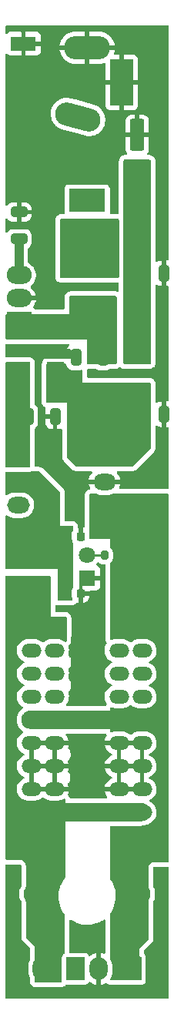
<source format=gbl>
G04 #@! TF.GenerationSoftware,KiCad,Pcbnew,6.0.10-86aedd382b~118~ubuntu18.04.1*
G04 #@! TF.CreationDate,2024-03-18T10:27:50-04:00*
G04 #@! TF.ProjectId,4UP,3455502e-6b69-4636-9164-5f7063625858,rev?*
G04 #@! TF.SameCoordinates,Original*
G04 #@! TF.FileFunction,Copper,L4,Bot*
G04 #@! TF.FilePolarity,Positive*
%FSLAX46Y46*%
G04 Gerber Fmt 4.6, Leading zero omitted, Abs format (unit mm)*
G04 Created by KiCad (PCBNEW 6.0.10-86aedd382b~118~ubuntu18.04.1) date 2024-03-18 10:27:50*
%MOMM*%
%LPD*%
G01*
G04 APERTURE LIST*
G04 Aperture macros list*
%AMRoundRect*
0 Rectangle with rounded corners*
0 $1 Rounding radius*
0 $2 $3 $4 $5 $6 $7 $8 $9 X,Y pos of 4 corners*
0 Add a 4 corners polygon primitive as box body*
4,1,4,$2,$3,$4,$5,$6,$7,$8,$9,$2,$3,0*
0 Add four circle primitives for the rounded corners*
1,1,$1+$1,$2,$3*
1,1,$1+$1,$4,$5*
1,1,$1+$1,$6,$7*
1,1,$1+$1,$8,$9*
0 Add four rect primitives between the rounded corners*
20,1,$1+$1,$2,$3,$4,$5,0*
20,1,$1+$1,$4,$5,$6,$7,0*
20,1,$1+$1,$6,$7,$8,$9,0*
20,1,$1+$1,$8,$9,$2,$3,0*%
%AMHorizOval*
0 Thick line with rounded ends*
0 $1 width*
0 $2 $3 position (X,Y) of the first rounded end (center of the circle)*
0 $4 $5 position (X,Y) of the second rounded end (center of the circle)*
0 Add line between two ends*
20,1,$1,$2,$3,$4,$5,0*
0 Add two circle primitives to create the rounded ends*
1,1,$1,$2,$3*
1,1,$1,$4,$5*%
G04 Aperture macros list end*
G04 #@! TA.AperFunction,ComponentPad*
%ADD10R,1.800000X1.800000*%
G04 #@! TD*
G04 #@! TA.AperFunction,ComponentPad*
%ADD11C,1.800000*%
G04 #@! TD*
G04 #@! TA.AperFunction,SMDPad,CuDef*
%ADD12RoundRect,0.200000X-0.200000X-0.275000X0.200000X-0.275000X0.200000X0.275000X-0.200000X0.275000X0*%
G04 #@! TD*
G04 #@! TA.AperFunction,ComponentPad*
%ADD13RoundRect,0.220589X-0.879411X-0.529411X0.879411X-0.529411X0.879411X0.529411X-0.879411X0.529411X0*%
G04 #@! TD*
G04 #@! TA.AperFunction,ComponentPad*
%ADD14O,2.200000X1.500000*%
G04 #@! TD*
G04 #@! TA.AperFunction,SMDPad,CuDef*
%ADD15R,2.500000X1.800000*%
G04 #@! TD*
G04 #@! TA.AperFunction,SMDPad,CuDef*
%ADD16RoundRect,0.250000X0.550000X-1.500000X0.550000X1.500000X-0.550000X1.500000X-0.550000X-1.500000X0*%
G04 #@! TD*
G04 #@! TA.AperFunction,SMDPad,CuDef*
%ADD17RoundRect,0.250000X-0.250000X-0.475000X0.250000X-0.475000X0.250000X0.475000X-0.250000X0.475000X0*%
G04 #@! TD*
G04 #@! TA.AperFunction,SMDPad,CuDef*
%ADD18RoundRect,0.225000X0.225000X0.250000X-0.225000X0.250000X-0.225000X-0.250000X0.225000X-0.250000X0*%
G04 #@! TD*
G04 #@! TA.AperFunction,SMDPad,CuDef*
%ADD19RoundRect,0.225000X-0.225000X-0.250000X0.225000X-0.250000X0.225000X0.250000X-0.225000X0.250000X0*%
G04 #@! TD*
G04 #@! TA.AperFunction,SMDPad,CuDef*
%ADD20RoundRect,0.250000X-0.325000X-0.650000X0.325000X-0.650000X0.325000X0.650000X-0.325000X0.650000X0*%
G04 #@! TD*
G04 #@! TA.AperFunction,SMDPad,CuDef*
%ADD21RoundRect,0.250000X0.325000X0.650000X-0.325000X0.650000X-0.325000X-0.650000X0.325000X-0.650000X0*%
G04 #@! TD*
G04 #@! TA.AperFunction,SMDPad,CuDef*
%ADD22RoundRect,0.250000X0.650000X-0.325000X0.650000X0.325000X-0.650000X0.325000X-0.650000X-0.325000X0*%
G04 #@! TD*
G04 #@! TA.AperFunction,ComponentPad*
%ADD23R,4.000000X2.500000*%
G04 #@! TD*
G04 #@! TA.AperFunction,ComponentPad*
%ADD24O,4.000000X2.500000*%
G04 #@! TD*
G04 #@! TA.AperFunction,ComponentPad*
%ADD25R,2.000000X2.500000*%
G04 #@! TD*
G04 #@! TA.AperFunction,ComponentPad*
%ADD26O,2.000000X2.500000*%
G04 #@! TD*
G04 #@! TA.AperFunction,ComponentPad*
%ADD27HorizOval,2.540000X1.226726X-0.328700X-1.226726X0.328700X0*%
G04 #@! TD*
G04 #@! TA.AperFunction,ComponentPad*
%ADD28R,2.540000X5.080000*%
G04 #@! TD*
G04 #@! TA.AperFunction,ComponentPad*
%ADD29O,5.080000X2.540000*%
G04 #@! TD*
G04 #@! TA.AperFunction,SMDPad,CuDef*
%ADD30R,1.900000X2.500000*%
G04 #@! TD*
G04 #@! TA.AperFunction,ComponentPad*
%ADD31R,2.750000X2.000000*%
G04 #@! TD*
G04 #@! TA.AperFunction,ComponentPad*
%ADD32O,2.750000X2.000000*%
G04 #@! TD*
G04 #@! TA.AperFunction,ComponentPad*
%ADD33R,2.500000X1.800000*%
G04 #@! TD*
G04 #@! TA.AperFunction,ComponentPad*
%ADD34O,2.500000X1.800000*%
G04 #@! TD*
G04 #@! TA.AperFunction,ComponentPad*
%ADD35R,2.800000X1.600000*%
G04 #@! TD*
G04 #@! TA.AperFunction,SMDPad,CuDef*
%ADD36R,2.500000X1.900000*%
G04 #@! TD*
G04 #@! TA.AperFunction,ViaPad*
%ADD37C,0.800000*%
G04 #@! TD*
G04 #@! TA.AperFunction,Conductor*
%ADD38C,0.350000*%
G04 #@! TD*
G04 #@! TA.AperFunction,Conductor*
%ADD39C,1.000000*%
G04 #@! TD*
G04 #@! TA.AperFunction,Conductor*
%ADD40C,0.250000*%
G04 #@! TD*
G04 APERTURE END LIST*
D10*
X41000000Y-101500000D03*
D11*
X41000000Y-98960000D03*
D12*
X42925000Y-99000000D03*
X44575000Y-99000000D03*
D13*
X34855000Y-127265000D03*
D14*
X37395000Y-127265000D03*
X34855000Y-124725000D03*
X37395000Y-124725000D03*
X34855000Y-122185000D03*
X37395000Y-122185000D03*
X34855000Y-119645000D03*
X37395000Y-119645000D03*
X34855000Y-117105000D03*
X37395000Y-117105000D03*
X34855000Y-114565000D03*
X37395000Y-114565000D03*
X34855000Y-112025000D03*
X37395000Y-112025000D03*
X34855000Y-109485000D03*
X37395000Y-109485000D03*
D13*
X44500000Y-127265000D03*
D14*
X47040000Y-127265000D03*
X44500000Y-124725000D03*
X47040000Y-124725000D03*
X44500000Y-122185000D03*
X47040000Y-122185000D03*
X44500000Y-119645000D03*
X47040000Y-119645000D03*
X44500000Y-117105000D03*
X47040000Y-117105000D03*
X44500000Y-114565000D03*
X47040000Y-114565000D03*
X44500000Y-112025000D03*
X47040000Y-112025000D03*
X44500000Y-109485000D03*
X47040000Y-109485000D03*
D15*
X46500000Y-63500000D03*
X42500000Y-63500000D03*
D16*
X46500000Y-58200000D03*
X46500000Y-52800000D03*
D17*
X32950000Y-138000000D03*
X34850000Y-138000000D03*
X47150000Y-138250000D03*
X49050000Y-138250000D03*
D18*
X38725000Y-96957500D03*
X40275000Y-96957500D03*
X40275000Y-103250000D03*
X38725000Y-103250000D03*
D19*
X47525000Y-136250000D03*
X49075000Y-136250000D03*
X32925000Y-136250000D03*
X34475000Y-136250000D03*
D20*
X46025000Y-140500000D03*
X48975000Y-140500000D03*
D21*
X37475000Y-83750000D03*
X34525000Y-83750000D03*
D20*
X33025000Y-140250000D03*
X35975000Y-140250000D03*
D21*
X42725000Y-77250000D03*
X39775000Y-77250000D03*
D20*
X33025000Y-134250000D03*
X35975000Y-134250000D03*
D22*
X33500000Y-64225000D03*
X33500000Y-61275000D03*
D20*
X46525000Y-83500000D03*
X49475000Y-83500000D03*
X46525000Y-68000000D03*
X49475000Y-68000000D03*
X46025000Y-134250000D03*
X48975000Y-134250000D03*
D23*
X41000000Y-60000000D03*
D24*
X41000000Y-67000000D03*
D25*
X45960000Y-144500000D03*
D26*
X48500000Y-144500000D03*
D25*
X39730000Y-144500000D03*
D26*
X42270000Y-144500000D03*
D27*
X40000000Y-50810000D03*
D28*
X44810000Y-47000000D03*
D29*
X41000000Y-43190000D03*
D25*
X33480000Y-144500000D03*
D26*
X36020000Y-144500000D03*
D30*
X46550000Y-72250000D03*
X42450000Y-72250000D03*
D31*
X33507750Y-73290000D03*
D32*
X33507750Y-70750000D03*
X33507750Y-68210000D03*
D33*
X42912000Y-88417500D03*
D34*
X42912000Y-90957500D03*
X42912000Y-93497500D03*
D35*
X34000000Y-42750000D03*
D36*
X46500000Y-76950000D03*
X46500000Y-81050000D03*
X35000000Y-102550000D03*
X35000000Y-98450000D03*
D30*
X37550000Y-79000000D03*
X33450000Y-79000000D03*
D33*
X33412000Y-88417500D03*
D34*
X33412000Y-90957500D03*
X33412000Y-93497500D03*
D37*
X33000000Y-76500000D03*
X34000000Y-76500000D03*
X35000000Y-76500000D03*
X36000000Y-76500000D03*
X37000000Y-76500000D03*
X38000000Y-76500000D03*
X32500000Y-59500000D03*
X33500000Y-59500000D03*
X34500000Y-59500000D03*
X40250000Y-104750000D03*
X40250000Y-95000000D03*
X36000000Y-86000000D03*
X37500000Y-86000000D03*
X49250000Y-72000000D03*
X49250000Y-85750000D03*
X49250000Y-71000000D03*
X49250000Y-86750000D03*
X49250000Y-70000000D03*
X49250000Y-65250000D03*
X49250000Y-63250000D03*
X49250000Y-64250000D03*
X49250000Y-73000000D03*
X35500000Y-104750000D03*
X34500000Y-105750000D03*
X35500000Y-106750000D03*
X34500000Y-106750000D03*
X36500000Y-106750000D03*
X35500000Y-105750000D03*
X33500000Y-105750000D03*
X32500000Y-104750000D03*
X33500000Y-106750000D03*
X32500000Y-106750000D03*
X32500000Y-105750000D03*
X36500000Y-104750000D03*
X33500000Y-104750000D03*
X34500000Y-104750000D03*
X36500000Y-105750000D03*
X49000000Y-103500000D03*
X46000000Y-103500000D03*
X47000000Y-102500000D03*
X49000000Y-99500000D03*
X48000000Y-100500000D03*
X47000000Y-100500000D03*
X49000000Y-98500000D03*
X49000000Y-102500000D03*
X49000000Y-100500000D03*
X47000000Y-101500000D03*
X46000000Y-98500000D03*
X46000000Y-99500000D03*
X48000000Y-98500000D03*
X47000000Y-99500000D03*
X46000000Y-101500000D03*
X48000000Y-101500000D03*
X48000000Y-103500000D03*
X48000000Y-102500000D03*
X49000000Y-101500000D03*
X46000000Y-102500000D03*
X47000000Y-98500000D03*
X47000000Y-103500000D03*
X46000000Y-100500000D03*
X48000000Y-99500000D03*
D38*
X38750000Y-77250000D02*
X35750000Y-77250000D01*
X39000000Y-77250000D02*
X38750000Y-77250000D01*
X38000000Y-76500000D02*
X38750000Y-76500000D01*
X38750000Y-76500000D02*
X39025000Y-76500000D01*
X38750000Y-77250000D02*
X38750000Y-76500000D01*
X39775000Y-77250000D02*
X39000000Y-77250000D01*
X39025000Y-76500000D02*
X39025000Y-77225000D01*
X39025000Y-77225000D02*
X39000000Y-77250000D01*
X39025000Y-76500000D02*
X39775000Y-77250000D01*
X35750000Y-77250000D02*
X35000000Y-76500000D01*
X40275000Y-103250000D02*
X40275000Y-102225000D01*
D39*
X33507750Y-68710000D02*
X33507750Y-64157750D01*
D40*
X42962500Y-99000000D02*
X41040000Y-99000000D01*
G04 #@! TA.AperFunction,Conductor*
G36*
X35767813Y-89820002D02*
G01*
X35786474Y-89834650D01*
X36748840Y-90748898D01*
X36751153Y-90751153D01*
X37963095Y-91963095D01*
X37997121Y-92025407D01*
X38000000Y-92052190D01*
X38000000Y-95750000D01*
X39374000Y-95750000D01*
X39442121Y-95770002D01*
X39488614Y-95823658D01*
X39500000Y-95876000D01*
X39500000Y-96182986D01*
X39479998Y-96251107D01*
X39478879Y-96252676D01*
X39476769Y-96254789D01*
X39387997Y-96398803D01*
X39334737Y-96559376D01*
X39324500Y-96659293D01*
X39324501Y-97255706D01*
X39334997Y-97356872D01*
X39388537Y-97517352D01*
X39440500Y-97601323D01*
X39477560Y-97661211D01*
X39476118Y-97662103D01*
X39499383Y-97719583D01*
X39500000Y-97732036D01*
X39500000Y-102475486D01*
X39479998Y-102543607D01*
X39478879Y-102545176D01*
X39476769Y-102547289D01*
X39387997Y-102691303D01*
X39334737Y-102851876D01*
X39324500Y-102951793D01*
X39324501Y-103548206D01*
X39334997Y-103649372D01*
X39388537Y-103809852D01*
X39392387Y-103816074D01*
X39394484Y-103820550D01*
X39405268Y-103890723D01*
X39376402Y-103955586D01*
X39317050Y-103994547D01*
X39280383Y-104000000D01*
X37876000Y-104000000D01*
X37807879Y-103979998D01*
X37761386Y-103926342D01*
X37750000Y-103874000D01*
X37750000Y-100500000D01*
X32126500Y-100500000D01*
X32058379Y-100479998D01*
X32011886Y-100426342D01*
X32000500Y-100374000D01*
X32000500Y-94704518D01*
X32020502Y-94636397D01*
X32074158Y-94589904D01*
X32144432Y-94579800D01*
X32206391Y-94607084D01*
X32261752Y-94652478D01*
X32261758Y-94652482D01*
X32265880Y-94655862D01*
X32270516Y-94658501D01*
X32270519Y-94658503D01*
X32351356Y-94704518D01*
X32472433Y-94773439D01*
X32695844Y-94854534D01*
X32701092Y-94855483D01*
X32925641Y-94896088D01*
X32925648Y-94896089D01*
X32929725Y-94896826D01*
X32947991Y-94897687D01*
X32953131Y-94897930D01*
X32953138Y-94897930D01*
X32954619Y-94898000D01*
X33821680Y-94898000D01*
X33904026Y-94891013D01*
X33993512Y-94883420D01*
X33993516Y-94883419D01*
X33998823Y-94882969D01*
X34003978Y-94881631D01*
X34003984Y-94881630D01*
X34223703Y-94824602D01*
X34223702Y-94824602D01*
X34228874Y-94823260D01*
X34345327Y-94770802D01*
X34440715Y-94727833D01*
X34440718Y-94727832D01*
X34445576Y-94725643D01*
X34642732Y-94592909D01*
X34814705Y-94428855D01*
X34956579Y-94238170D01*
X35064295Y-94026307D01*
X35134775Y-93799324D01*
X35166004Y-93563711D01*
X35157087Y-93326205D01*
X35108281Y-93093596D01*
X35020980Y-92872537D01*
X34897681Y-92669347D01*
X34741910Y-92489836D01*
X34737784Y-92486453D01*
X34737780Y-92486449D01*
X34562248Y-92342523D01*
X34558120Y-92339138D01*
X34553484Y-92336499D01*
X34553481Y-92336497D01*
X34431685Y-92267167D01*
X34351567Y-92221561D01*
X34128156Y-92140466D01*
X34122908Y-92139517D01*
X33898359Y-92098912D01*
X33898352Y-92098911D01*
X33894275Y-92098174D01*
X33876009Y-92097313D01*
X33870869Y-92097070D01*
X33870862Y-92097070D01*
X33869381Y-92097000D01*
X33002320Y-92097000D01*
X32919974Y-92103987D01*
X32830488Y-92111580D01*
X32830484Y-92111581D01*
X32825177Y-92112031D01*
X32820022Y-92113369D01*
X32820016Y-92113370D01*
X32708612Y-92142285D01*
X32595126Y-92171740D01*
X32497766Y-92215597D01*
X32383285Y-92267167D01*
X32383282Y-92267168D01*
X32378424Y-92269357D01*
X32374000Y-92272336D01*
X32373999Y-92272336D01*
X32196867Y-92391589D01*
X32129189Y-92413040D01*
X32060657Y-92394497D01*
X32013030Y-92341845D01*
X32000500Y-92287069D01*
X32000500Y-89944000D01*
X32020502Y-89875879D01*
X32074158Y-89829386D01*
X32126500Y-89818000D01*
X34129522Y-89817999D01*
X34709376Y-89817999D01*
X34712770Y-89817630D01*
X34712776Y-89817630D01*
X34762722Y-89812205D01*
X34762726Y-89812204D01*
X34770580Y-89811351D01*
X34777980Y-89808577D01*
X34777984Y-89808576D01*
X34779472Y-89808018D01*
X34783084Y-89807363D01*
X34785663Y-89806750D01*
X34785696Y-89806890D01*
X34823700Y-89800000D01*
X35699692Y-89800000D01*
X35767813Y-89820002D01*
G37*
G04 #@! TD.AperFunction*
G04 #@! TA.AperFunction,Conductor*
G36*
X44192121Y-70520002D02*
G01*
X44238614Y-70573658D01*
X44250000Y-70626000D01*
X44250000Y-77874000D01*
X44229998Y-77942121D01*
X44176342Y-77988614D01*
X44124000Y-78000000D01*
X41126000Y-78000000D01*
X41057879Y-77979998D01*
X41011386Y-77926342D01*
X41000000Y-77874000D01*
X41000000Y-75250000D01*
X32126500Y-75250000D01*
X32058379Y-75229998D01*
X32011886Y-75176342D01*
X32000500Y-75124000D01*
X32000500Y-72626000D01*
X32020502Y-72557879D01*
X32074158Y-72511386D01*
X32126500Y-72500000D01*
X39000000Y-72500000D01*
X39000000Y-70626000D01*
X39020002Y-70557879D01*
X39073658Y-70511386D01*
X39126000Y-70500000D01*
X44124000Y-70500000D01*
X44192121Y-70520002D01*
G37*
G04 #@! TD.AperFunction*
G04 #@! TA.AperFunction,Conductor*
G36*
X47006163Y-126250607D02*
G01*
X47182740Y-126267999D01*
X47206957Y-126272815D01*
X47370809Y-126322518D01*
X47393629Y-126331971D01*
X47544631Y-126412683D01*
X47565158Y-126426399D01*
X47697521Y-126535026D01*
X47714974Y-126552479D01*
X47823601Y-126684842D01*
X47837319Y-126705372D01*
X47918029Y-126856371D01*
X47927482Y-126879190D01*
X47977185Y-127043043D01*
X47982002Y-127067263D01*
X47998784Y-127237650D01*
X47998784Y-127262350D01*
X47982002Y-127432737D01*
X47977185Y-127456957D01*
X47927482Y-127620809D01*
X47918029Y-127643629D01*
X47837319Y-127794628D01*
X47823601Y-127815158D01*
X47714974Y-127947521D01*
X47697521Y-127964974D01*
X47565158Y-128073601D01*
X47544631Y-128087317D01*
X47452417Y-128136607D01*
X47393629Y-128168029D01*
X47370810Y-128177482D01*
X47206957Y-128227185D01*
X47182740Y-128232001D01*
X47006163Y-128249393D01*
X46993813Y-128250000D01*
X33250000Y-128250000D01*
X33250000Y-126250000D01*
X46993813Y-126250000D01*
X47006163Y-126250607D01*
G37*
G04 #@! TD.AperFunction*
G04 #@! TA.AperFunction,Conductor*
G36*
X42931984Y-139082826D02*
G01*
X42980749Y-139134425D01*
X42994500Y-139191664D01*
X42994500Y-142736915D01*
X42974498Y-142805036D01*
X42920842Y-142851529D01*
X42850568Y-142861633D01*
X42826440Y-142855688D01*
X42659357Y-142796520D01*
X42649386Y-142793886D01*
X42537837Y-142774016D01*
X42524540Y-142775476D01*
X42520000Y-142790033D01*
X42520000Y-146211171D01*
X42523918Y-146224515D01*
X42538194Y-146226502D01*
X42613700Y-146214947D01*
X42623728Y-146212558D01*
X42848348Y-146139141D01*
X42857852Y-146135146D01*
X43045114Y-146037663D01*
X43114774Y-146023950D01*
X43180789Y-146050075D01*
X43190852Y-146058971D01*
X43192635Y-146061029D01*
X43196028Y-146063969D01*
X43294562Y-146149350D01*
X43294565Y-146149352D01*
X43301374Y-146155252D01*
X43432252Y-146215022D01*
X43500373Y-146235024D01*
X43504813Y-146235662D01*
X43504816Y-146235663D01*
X43638342Y-146254861D01*
X43638345Y-146254861D01*
X43642788Y-146255500D01*
X46829000Y-146255500D01*
X46868799Y-146251221D01*
X46882269Y-146250499D01*
X47007376Y-146250499D01*
X47010770Y-146250130D01*
X47010776Y-146250130D01*
X47060722Y-146244705D01*
X47060726Y-146244704D01*
X47068580Y-146243851D01*
X47202824Y-146193526D01*
X47210003Y-146188146D01*
X47210006Y-146188144D01*
X47250000Y-146158170D01*
X47250000Y-147749500D01*
X34750000Y-147749500D01*
X34750000Y-146190315D01*
X34777732Y-146184255D01*
X34844275Y-146209002D01*
X34874858Y-146241819D01*
X34884854Y-146257373D01*
X34887803Y-146260776D01*
X34887805Y-146260779D01*
X34894557Y-146268571D01*
X34931347Y-146311029D01*
X34934740Y-146313969D01*
X35033274Y-146399350D01*
X35033277Y-146399352D01*
X35040086Y-146405252D01*
X35170964Y-146465022D01*
X35239085Y-146485024D01*
X35243525Y-146485662D01*
X35243528Y-146485663D01*
X35377054Y-146504861D01*
X35377057Y-146504861D01*
X35381500Y-146505500D01*
X38111317Y-146505500D01*
X38128723Y-146505107D01*
X38133456Y-146505000D01*
X38133461Y-146505000D01*
X38134162Y-146504984D01*
X38145546Y-146504469D01*
X38168373Y-146502918D01*
X38308356Y-146469658D01*
X38312550Y-146468002D01*
X38370200Y-146445238D01*
X38370201Y-146445237D01*
X38374391Y-146443583D01*
X38499334Y-146372232D01*
X38579955Y-146288476D01*
X38641606Y-146253269D01*
X38677548Y-146250040D01*
X38679225Y-146250131D01*
X38682623Y-146250500D01*
X39730000Y-146250500D01*
X40777376Y-146250499D01*
X40780770Y-146250130D01*
X40780776Y-146250130D01*
X40830722Y-146244705D01*
X40830726Y-146244704D01*
X40838580Y-146243851D01*
X40972824Y-146193526D01*
X40980003Y-146188146D01*
X40980006Y-146188144D01*
X41080365Y-146112928D01*
X41087546Y-146107546D01*
X41092928Y-146100365D01*
X41168142Y-146000008D01*
X41168142Y-146000007D01*
X41173526Y-145992824D01*
X41176500Y-145984890D01*
X41226578Y-145934923D01*
X41295968Y-145919908D01*
X41364933Y-145946695D01*
X41433013Y-146000462D01*
X41441591Y-146006161D01*
X41648482Y-146120370D01*
X41657881Y-146124595D01*
X41880643Y-146203480D01*
X41890614Y-146206114D01*
X42002163Y-146225984D01*
X42015460Y-146224524D01*
X42020000Y-146209967D01*
X42020000Y-142788829D01*
X42016082Y-142775485D01*
X42001806Y-142773498D01*
X41926300Y-142785053D01*
X41916272Y-142787442D01*
X41691652Y-142860859D01*
X41682143Y-142864856D01*
X41472535Y-142973971D01*
X41463812Y-142979464D01*
X41362630Y-143055433D01*
X41296146Y-143080338D01*
X41226750Y-143065345D01*
X41176568Y-143015291D01*
X41173526Y-143007176D01*
X41087546Y-142892454D01*
X41080365Y-142887072D01*
X40980006Y-142811856D01*
X40980003Y-142811854D01*
X40972824Y-142806474D01*
X40870500Y-142768115D01*
X40845975Y-142758921D01*
X40845973Y-142758921D01*
X40838580Y-142756149D01*
X40830730Y-142755296D01*
X40830729Y-142755296D01*
X40780774Y-142749869D01*
X40780773Y-142749869D01*
X40777377Y-142749500D01*
X40732699Y-142749500D01*
X39153438Y-142749501D01*
X39085317Y-142729499D01*
X39038824Y-142675843D01*
X39027441Y-142622683D01*
X39046741Y-139650347D01*
X39049512Y-139223643D01*
X39069956Y-139155653D01*
X39123912Y-139109510D01*
X39194250Y-139099863D01*
X39249570Y-139122525D01*
X39290659Y-139152378D01*
X39596970Y-139326386D01*
X39600205Y-139327773D01*
X39600210Y-139327775D01*
X39917536Y-139463781D01*
X39917540Y-139463782D01*
X39920768Y-139465166D01*
X39965287Y-139478607D01*
X40254642Y-139565969D01*
X40254647Y-139565970D01*
X40258018Y-139566988D01*
X40407608Y-139594443D01*
X40601042Y-139629945D01*
X40601049Y-139629946D01*
X40604515Y-139630582D01*
X40794855Y-139643892D01*
X40887168Y-139650347D01*
X40887172Y-139650347D01*
X40889358Y-139650500D01*
X41088788Y-139650500D01*
X41090517Y-139650403D01*
X41090529Y-139650403D01*
X41277765Y-139639935D01*
X41351736Y-139635799D01*
X41455307Y-139618281D01*
X41695619Y-139577636D01*
X41695624Y-139577635D01*
X41699088Y-139577049D01*
X42037727Y-139479946D01*
X42222046Y-139403975D01*
X42360186Y-139347038D01*
X42360193Y-139347034D01*
X42363431Y-139345700D01*
X42585452Y-139223643D01*
X42669057Y-139177681D01*
X42669064Y-139177676D01*
X42672141Y-139175985D01*
X42679173Y-139171025D01*
X42766375Y-139109510D01*
X42795870Y-139088704D01*
X42863064Y-139065781D01*
X42931984Y-139082826D01*
G37*
G04 #@! TD.AperFunction*
G04 #@! TA.AperFunction,Conductor*
G36*
X43034519Y-118625502D02*
G01*
X43080123Y-118677254D01*
X43085068Y-118687622D01*
X43087565Y-118691369D01*
X43087568Y-118691374D01*
X43099922Y-118709910D01*
X43124441Y-118746701D01*
X43127439Y-118750046D01*
X43127440Y-118750048D01*
X43129365Y-118752196D01*
X43129782Y-118753070D01*
X43130201Y-118753611D01*
X43130083Y-118753702D01*
X43159929Y-118816276D01*
X43150998Y-118886708D01*
X43140110Y-118906559D01*
X43053316Y-119035721D01*
X43047935Y-119045510D01*
X42962758Y-119239548D01*
X42959191Y-119250146D01*
X42928644Y-119377384D01*
X42929349Y-119391470D01*
X42938228Y-119395000D01*
X47164000Y-119395000D01*
X47232121Y-119415002D01*
X47278614Y-119468658D01*
X47290000Y-119521000D01*
X47290000Y-120879467D01*
X47292119Y-120938804D01*
X47290000Y-120948546D01*
X47290000Y-123419467D01*
X47292119Y-123478804D01*
X47290000Y-123488546D01*
X47290000Y-124849000D01*
X47269998Y-124917121D01*
X47216342Y-124963614D01*
X47164000Y-124975000D01*
X42939165Y-124975000D01*
X42925183Y-124979105D01*
X42923600Y-124989308D01*
X42924025Y-124991305D01*
X42986335Y-125193849D01*
X42990556Y-125204193D01*
X43087753Y-125392507D01*
X43093738Y-125401938D01*
X43201054Y-125541796D01*
X43226654Y-125608017D01*
X43212389Y-125677566D01*
X43162788Y-125728361D01*
X43101091Y-125744500D01*
X39212803Y-125744500D01*
X39144682Y-125724498D01*
X39098189Y-125670842D01*
X39094827Y-125662744D01*
X39064744Y-125582473D01*
X38980786Y-125465629D01*
X38931574Y-125414456D01*
X38928018Y-125411684D01*
X38916495Y-125402701D01*
X38875067Y-125345045D01*
X38871386Y-125274144D01*
X38878587Y-125252681D01*
X38932242Y-125130453D01*
X38935809Y-125119854D01*
X38966356Y-124992616D01*
X38965651Y-124978530D01*
X38956772Y-124975000D01*
X34731000Y-124975000D01*
X34662879Y-124954998D01*
X34616386Y-124901342D01*
X34605000Y-124849000D01*
X34605000Y-124456885D01*
X35105000Y-124456885D01*
X35109475Y-124472124D01*
X35110865Y-124473329D01*
X35118548Y-124475000D01*
X37126885Y-124475000D01*
X37142124Y-124470525D01*
X37143329Y-124469135D01*
X37145000Y-124461452D01*
X37145000Y-124456885D01*
X37645000Y-124456885D01*
X37649475Y-124472124D01*
X37650865Y-124473329D01*
X37658548Y-124475000D01*
X38955835Y-124475000D01*
X38969817Y-124470895D01*
X38971400Y-124460692D01*
X38970975Y-124458695D01*
X38908665Y-124256151D01*
X38904442Y-124245801D01*
X38891172Y-124220091D01*
X38877703Y-124150383D01*
X38904059Y-124084460D01*
X38921245Y-124066545D01*
X38923557Y-124064568D01*
X38953645Y-124038836D01*
X38966473Y-124024225D01*
X39042617Y-123937492D01*
X39048566Y-123930716D01*
X39109185Y-123800229D01*
X39118042Y-123770774D01*
X39128332Y-123736555D01*
X39128333Y-123736548D01*
X39129629Y-123732240D01*
X39135479Y-123693350D01*
X39150360Y-123594416D01*
X39150360Y-123594411D01*
X39151030Y-123589959D01*
X39152741Y-123326430D01*
X39138635Y-123204518D01*
X39124383Y-123145484D01*
X39122038Y-123139226D01*
X39084238Y-123038370D01*
X39084237Y-123038368D01*
X39081309Y-123030556D01*
X38997349Y-122913714D01*
X38948136Y-122862542D01*
X38944597Y-122859783D01*
X38944591Y-122859778D01*
X38924615Y-122844207D01*
X38883186Y-122786552D01*
X38879505Y-122715651D01*
X38886706Y-122694186D01*
X38932242Y-122590453D01*
X38935809Y-122579854D01*
X38966356Y-122452616D01*
X38966190Y-122449308D01*
X42923600Y-122449308D01*
X42924025Y-122451305D01*
X42986335Y-122653849D01*
X42990556Y-122664193D01*
X43087753Y-122852507D01*
X43093738Y-122861938D01*
X43222750Y-123030071D01*
X43230306Y-123038287D01*
X43387050Y-123180912D01*
X43395947Y-123187665D01*
X43575466Y-123300279D01*
X43585426Y-123305354D01*
X43664883Y-123337295D01*
X43720628Y-123381261D01*
X43743753Y-123448386D01*
X43726916Y-123517358D01*
X43672132Y-123567928D01*
X43516187Y-123642311D01*
X43506574Y-123647996D01*
X43334482Y-123771656D01*
X43326016Y-123778964D01*
X43178544Y-123931142D01*
X43171514Y-123939824D01*
X43053316Y-124115721D01*
X43047935Y-124125510D01*
X42962758Y-124319548D01*
X42959191Y-124330146D01*
X42928644Y-124457384D01*
X42929349Y-124471470D01*
X42938228Y-124475000D01*
X44231885Y-124475000D01*
X44247124Y-124470525D01*
X44248329Y-124469135D01*
X44250000Y-124461452D01*
X44250000Y-124456885D01*
X44750000Y-124456885D01*
X44754475Y-124472124D01*
X44755865Y-124473329D01*
X44763548Y-124475000D01*
X46771885Y-124475000D01*
X46787124Y-124470525D01*
X46788329Y-124469135D01*
X46790000Y-124461452D01*
X46790000Y-123490533D01*
X46787881Y-123431196D01*
X46790000Y-123421454D01*
X46790000Y-122453115D01*
X46785525Y-122437876D01*
X46784135Y-122436671D01*
X46776452Y-122435000D01*
X44768115Y-122435000D01*
X44752876Y-122439475D01*
X44751671Y-122440865D01*
X44750000Y-122448548D01*
X44750000Y-123419467D01*
X44752119Y-123478804D01*
X44750000Y-123488546D01*
X44750000Y-124456885D01*
X44250000Y-124456885D01*
X44250000Y-123490533D01*
X44247881Y-123431196D01*
X44250000Y-123421454D01*
X44250000Y-122453115D01*
X44245525Y-122437876D01*
X44244135Y-122436671D01*
X44236452Y-122435000D01*
X42939165Y-122435000D01*
X42925183Y-122439105D01*
X42923600Y-122449308D01*
X38966190Y-122449308D01*
X38965651Y-122438530D01*
X38956772Y-122435000D01*
X37663115Y-122435000D01*
X37647876Y-122439475D01*
X37646671Y-122440865D01*
X37645000Y-122448548D01*
X37645000Y-123419467D01*
X37647119Y-123478804D01*
X37645000Y-123488546D01*
X37645000Y-124456885D01*
X37145000Y-124456885D01*
X37145000Y-123490533D01*
X37142881Y-123431196D01*
X37145000Y-123421454D01*
X37145000Y-122453115D01*
X37140525Y-122437876D01*
X37139135Y-122436671D01*
X37131452Y-122435000D01*
X35123115Y-122435000D01*
X35107876Y-122439475D01*
X35106671Y-122440865D01*
X35105000Y-122448548D01*
X35105000Y-123419467D01*
X35107119Y-123478804D01*
X35105000Y-123488546D01*
X35105000Y-124456885D01*
X34605000Y-124456885D01*
X34605000Y-123490533D01*
X34602881Y-123431196D01*
X34605000Y-123421454D01*
X34605000Y-121916885D01*
X35105000Y-121916885D01*
X35109475Y-121932124D01*
X35110865Y-121933329D01*
X35118548Y-121935000D01*
X37126885Y-121935000D01*
X37142124Y-121930525D01*
X37143329Y-121929135D01*
X37145000Y-121921452D01*
X37145000Y-121916885D01*
X37645000Y-121916885D01*
X37649475Y-121932124D01*
X37650865Y-121933329D01*
X37658548Y-121935000D01*
X38955835Y-121935000D01*
X38969817Y-121930895D01*
X38971400Y-121920692D01*
X38970975Y-121918695D01*
X38908665Y-121716151D01*
X38904442Y-121705803D01*
X38899893Y-121696989D01*
X38886423Y-121627282D01*
X38912777Y-121561359D01*
X38929959Y-121543446D01*
X38970072Y-121509141D01*
X39064993Y-121401021D01*
X39125612Y-121270534D01*
X39135105Y-121238964D01*
X39144759Y-121206860D01*
X39144760Y-121206853D01*
X39146056Y-121202545D01*
X39153456Y-121153350D01*
X39166787Y-121064721D01*
X39166787Y-121064716D01*
X39167457Y-121060264D01*
X39169312Y-120774522D01*
X39155206Y-120652610D01*
X39140954Y-120593576D01*
X39139611Y-120589992D01*
X39100809Y-120486462D01*
X39100808Y-120486460D01*
X39097880Y-120478648D01*
X39013920Y-120361806D01*
X38964707Y-120310634D01*
X38932736Y-120285713D01*
X38891306Y-120228058D01*
X38887623Y-120157157D01*
X38894824Y-120135692D01*
X38932244Y-120050447D01*
X38935809Y-120039854D01*
X38966356Y-119912616D01*
X38966190Y-119909308D01*
X42923600Y-119909308D01*
X42924025Y-119911305D01*
X42986335Y-120113849D01*
X42990556Y-120124193D01*
X43087753Y-120312507D01*
X43093738Y-120321938D01*
X43222750Y-120490071D01*
X43230306Y-120498287D01*
X43387050Y-120640912D01*
X43395947Y-120647665D01*
X43575466Y-120760279D01*
X43585426Y-120765354D01*
X43664883Y-120797295D01*
X43720628Y-120841261D01*
X43743753Y-120908386D01*
X43726916Y-120977358D01*
X43672132Y-121027928D01*
X43516187Y-121102311D01*
X43506574Y-121107996D01*
X43334482Y-121231656D01*
X43326016Y-121238964D01*
X43178544Y-121391142D01*
X43171514Y-121399824D01*
X43053316Y-121575721D01*
X43047935Y-121585510D01*
X42962758Y-121779548D01*
X42959191Y-121790146D01*
X42928644Y-121917384D01*
X42929349Y-121931470D01*
X42938228Y-121935000D01*
X44231885Y-121935000D01*
X44247124Y-121930525D01*
X44248329Y-121929135D01*
X44250000Y-121921452D01*
X44250000Y-121916885D01*
X44750000Y-121916885D01*
X44754475Y-121932124D01*
X44755865Y-121933329D01*
X44763548Y-121935000D01*
X46771885Y-121935000D01*
X46787124Y-121930525D01*
X46788329Y-121929135D01*
X46790000Y-121921452D01*
X46790000Y-120950533D01*
X46787881Y-120891196D01*
X46790000Y-120881454D01*
X46790000Y-119913115D01*
X46785525Y-119897876D01*
X46784135Y-119896671D01*
X46776452Y-119895000D01*
X44768115Y-119895000D01*
X44752876Y-119899475D01*
X44751671Y-119900865D01*
X44750000Y-119908548D01*
X44750000Y-120879467D01*
X44752119Y-120938804D01*
X44750000Y-120948546D01*
X44750000Y-121916885D01*
X44250000Y-121916885D01*
X44250000Y-120950533D01*
X44247881Y-120891196D01*
X44250000Y-120881454D01*
X44250000Y-119913115D01*
X44245525Y-119897876D01*
X44244135Y-119896671D01*
X44236452Y-119895000D01*
X42939165Y-119895000D01*
X42925183Y-119899105D01*
X42923600Y-119909308D01*
X38966190Y-119909308D01*
X38965651Y-119898530D01*
X38956772Y-119895000D01*
X37663115Y-119895000D01*
X37647876Y-119899475D01*
X37646671Y-119900865D01*
X37645000Y-119908548D01*
X37645000Y-120879467D01*
X37647119Y-120938804D01*
X37645000Y-120948546D01*
X37645000Y-121916885D01*
X37145000Y-121916885D01*
X37145000Y-120950533D01*
X37142881Y-120891196D01*
X37145000Y-120881454D01*
X37145000Y-119913115D01*
X37140525Y-119897876D01*
X37139135Y-119896671D01*
X37131452Y-119895000D01*
X35123115Y-119895000D01*
X35107876Y-119899475D01*
X35106671Y-119900865D01*
X35105000Y-119908548D01*
X35105000Y-120879467D01*
X35107119Y-120938804D01*
X35105000Y-120948546D01*
X35105000Y-121916885D01*
X34605000Y-121916885D01*
X34605000Y-120950533D01*
X34602881Y-120891196D01*
X34605000Y-120881454D01*
X34605000Y-119521000D01*
X34625002Y-119452879D01*
X34678658Y-119406386D01*
X34731000Y-119395000D01*
X38955835Y-119395000D01*
X38969817Y-119390895D01*
X38971400Y-119380692D01*
X38970975Y-119378695D01*
X38908665Y-119176151D01*
X38904444Y-119165807D01*
X38807247Y-118977493D01*
X38801258Y-118968056D01*
X38678600Y-118808203D01*
X38653000Y-118741983D01*
X38667265Y-118672434D01*
X38716867Y-118621639D01*
X38778563Y-118605500D01*
X42966398Y-118605500D01*
X43034519Y-118625502D01*
G37*
G04 #@! TD.AperFunction*
G04 #@! TA.AperFunction,Conductor*
G36*
X42277542Y-99821136D02*
G01*
X42278245Y-99820239D01*
X42283321Y-99824219D01*
X42283735Y-99824440D01*
X42289592Y-99830297D01*
X42434617Y-99918127D01*
X42441864Y-99920398D01*
X42441866Y-99920399D01*
X42507106Y-99940844D01*
X42596406Y-99968829D01*
X42669007Y-99975500D01*
X42676325Y-99975500D01*
X42868500Y-99975499D01*
X42936620Y-99995501D01*
X42983113Y-100049156D01*
X42994500Y-100101499D01*
X42994500Y-108209779D01*
X43000262Y-108285887D01*
X43005974Y-108323393D01*
X43023127Y-108397757D01*
X43085068Y-108527622D01*
X43087565Y-108531369D01*
X43087568Y-108531374D01*
X43112585Y-108568911D01*
X43124441Y-108586701D01*
X43127441Y-108590049D01*
X43127445Y-108590054D01*
X43129020Y-108591812D01*
X43129361Y-108592527D01*
X43130201Y-108593611D01*
X43129965Y-108593794D01*
X43159585Y-108655892D01*
X43150652Y-108726325D01*
X43139765Y-108746173D01*
X43052885Y-108875465D01*
X43052880Y-108875474D01*
X43049750Y-108880132D01*
X42960026Y-109084529D01*
X42958718Y-109089977D01*
X42958716Y-109089983D01*
X42909225Y-109296128D01*
X42907915Y-109301585D01*
X42895066Y-109524438D01*
X42921883Y-109746044D01*
X42987519Y-109959400D01*
X43089901Y-110157759D01*
X43093310Y-110162201D01*
X43093312Y-110162205D01*
X43176808Y-110271019D01*
X43225790Y-110334854D01*
X43390893Y-110485086D01*
X43579990Y-110603707D01*
X43585200Y-110605801D01*
X43585207Y-110605805D01*
X43663640Y-110637335D01*
X43719385Y-110681301D01*
X43742510Y-110748426D01*
X43725673Y-110817398D01*
X43670888Y-110867968D01*
X43510871Y-110944292D01*
X43329595Y-111074552D01*
X43174251Y-111234854D01*
X43049750Y-111420132D01*
X43047491Y-111425278D01*
X43047490Y-111425280D01*
X43012691Y-111504555D01*
X42960026Y-111624529D01*
X42958718Y-111629977D01*
X42958716Y-111629983D01*
X42909225Y-111836128D01*
X42907915Y-111841585D01*
X42895066Y-112064438D01*
X42921883Y-112286044D01*
X42987519Y-112499400D01*
X42990095Y-112504390D01*
X42990095Y-112504391D01*
X43017286Y-112557071D01*
X43089901Y-112697759D01*
X43093310Y-112702201D01*
X43093312Y-112702205D01*
X43185944Y-112822926D01*
X43225790Y-112874854D01*
X43390893Y-113025086D01*
X43579990Y-113143707D01*
X43585200Y-113145801D01*
X43585207Y-113145805D01*
X43663640Y-113177335D01*
X43719385Y-113221301D01*
X43742510Y-113288426D01*
X43725673Y-113357398D01*
X43670888Y-113407968D01*
X43510871Y-113484292D01*
X43329595Y-113614552D01*
X43174251Y-113774854D01*
X43049750Y-113960132D01*
X42960026Y-114164529D01*
X42958718Y-114169977D01*
X42958716Y-114169983D01*
X42909225Y-114376128D01*
X42907915Y-114381585D01*
X42895066Y-114604438D01*
X42921883Y-114826044D01*
X42987519Y-115039400D01*
X43089901Y-115237759D01*
X43093319Y-115242214D01*
X43093320Y-115242215D01*
X43134941Y-115296457D01*
X43160541Y-115362677D01*
X43146276Y-115432226D01*
X43130202Y-115455673D01*
X43100650Y-115489777D01*
X43100648Y-115489780D01*
X43094748Y-115496589D01*
X43091004Y-115504786D01*
X43091004Y-115504787D01*
X43083672Y-115520842D01*
X43037179Y-115574498D01*
X42969058Y-115594500D01*
X38786358Y-115594500D01*
X38718237Y-115574498D01*
X38671744Y-115520842D01*
X38661640Y-115450568D01*
X38695874Y-115380815D01*
X38716846Y-115359174D01*
X38716848Y-115359171D01*
X38720749Y-115355146D01*
X38845250Y-115169868D01*
X38934974Y-114965471D01*
X38936282Y-114960023D01*
X38936284Y-114960017D01*
X38985775Y-114753872D01*
X38985775Y-114753871D01*
X38987085Y-114748415D01*
X38999934Y-114525562D01*
X38973117Y-114303956D01*
X38913639Y-114110617D01*
X38912727Y-114039627D01*
X38950340Y-113979413D01*
X38959214Y-113972214D01*
X38961574Y-113970471D01*
X38965380Y-113968060D01*
X38968803Y-113965133D01*
X38968808Y-113965129D01*
X38995174Y-113942580D01*
X39019336Y-113921917D01*
X39022300Y-113918541D01*
X39022304Y-113918537D01*
X39108320Y-113820560D01*
X39114264Y-113813790D01*
X39174882Y-113683303D01*
X39195325Y-113615315D01*
X39216724Y-113473039D01*
X39219025Y-113118799D01*
X39204918Y-112996882D01*
X39190666Y-112937850D01*
X39167056Y-112874854D01*
X39150522Y-112830741D01*
X39147593Y-112822926D01*
X39142724Y-112816151D01*
X39142723Y-112816148D01*
X39066265Y-112709747D01*
X39063633Y-112706084D01*
X39014420Y-112654912D01*
X38957498Y-112610541D01*
X38916068Y-112552886D01*
X38912387Y-112481985D01*
X38919585Y-112460527D01*
X38934974Y-112425471D01*
X38968448Y-112286044D01*
X38985775Y-112213872D01*
X38985775Y-112213871D01*
X38987085Y-112208415D01*
X38999934Y-111985562D01*
X38973117Y-111763956D01*
X38971469Y-111758598D01*
X38971467Y-111758590D01*
X38920048Y-111591448D01*
X38919136Y-111520458D01*
X38956749Y-111460243D01*
X38973043Y-111447964D01*
X38977982Y-111444835D01*
X38981780Y-111442429D01*
X38985198Y-111439506D01*
X38985202Y-111439503D01*
X39032315Y-111399212D01*
X39032319Y-111399208D01*
X39035737Y-111396285D01*
X39038701Y-111392909D01*
X39038705Y-111392905D01*
X39124723Y-111294927D01*
X39124725Y-111294924D01*
X39130666Y-111288157D01*
X39134462Y-111279986D01*
X39189388Y-111161749D01*
X39189389Y-111161745D01*
X39191283Y-111157669D01*
X39211726Y-111089680D01*
X39233125Y-110947404D01*
X39235595Y-110566892D01*
X39235155Y-110563085D01*
X39221930Y-110448788D01*
X39221929Y-110448780D01*
X39221489Y-110444981D01*
X39207237Y-110385947D01*
X39205894Y-110382363D01*
X39167092Y-110278833D01*
X39167091Y-110278831D01*
X39164163Y-110271019D01*
X39080203Y-110154177D01*
X39030990Y-110103005D01*
X38965617Y-110052048D01*
X38924188Y-109994395D01*
X38920505Y-109923494D01*
X38927706Y-109902028D01*
X38932719Y-109890608D01*
X38934974Y-109885471D01*
X38967161Y-109751406D01*
X38985775Y-109673872D01*
X38985775Y-109673871D01*
X38987085Y-109668415D01*
X38999934Y-109445562D01*
X38973117Y-109223956D01*
X38926563Y-109072628D01*
X38925651Y-109001637D01*
X38963264Y-108941423D01*
X38979564Y-108929140D01*
X38994373Y-108919758D01*
X38998176Y-108917349D01*
X39001594Y-108914426D01*
X39001598Y-108914423D01*
X39048708Y-108874134D01*
X39052132Y-108871206D01*
X39147059Y-108763082D01*
X39164135Y-108726325D01*
X39205784Y-108636669D01*
X39207677Y-108632594D01*
X39228121Y-108564604D01*
X39249521Y-108422326D01*
X39255486Y-107503745D01*
X39255494Y-107502316D01*
X39255497Y-107501498D01*
X39255500Y-107499644D01*
X39255500Y-105876000D01*
X39243948Y-105768551D01*
X39232562Y-105716209D01*
X39198433Y-105613667D01*
X39120646Y-105492627D01*
X39074153Y-105438971D01*
X39062955Y-105429267D01*
X38972226Y-105350650D01*
X38972223Y-105350648D01*
X38965414Y-105344748D01*
X38834536Y-105284978D01*
X38766415Y-105264976D01*
X38761975Y-105264338D01*
X38761972Y-105264337D01*
X38628446Y-105245139D01*
X38628443Y-105245139D01*
X38624000Y-105244500D01*
X37631500Y-105244500D01*
X37563379Y-105224498D01*
X37516886Y-105170842D01*
X37505500Y-105118500D01*
X37505500Y-104586368D01*
X37525502Y-104518247D01*
X37579158Y-104471754D01*
X37649432Y-104461650D01*
X37666990Y-104465470D01*
X37733585Y-104485024D01*
X37738025Y-104485662D01*
X37738028Y-104485663D01*
X37871554Y-104504861D01*
X37871557Y-104504861D01*
X37876000Y-104505500D01*
X39280383Y-104505500D01*
X39354742Y-104500001D01*
X39391409Y-104494548D01*
X39393663Y-104494040D01*
X39393671Y-104494039D01*
X39457498Y-104479668D01*
X39457500Y-104479667D01*
X39464159Y-104478168D01*
X39594452Y-104417132D01*
X39653804Y-104378171D01*
X39698627Y-104338565D01*
X39754872Y-104288867D01*
X39754874Y-104288864D01*
X39761622Y-104282902D01*
X39766416Y-104275280D01*
X39766421Y-104275275D01*
X39769577Y-104270257D01*
X39822780Y-104223246D01*
X39892952Y-104212462D01*
X39902644Y-104214147D01*
X39908819Y-104215471D01*
X39998625Y-104224672D01*
X40005041Y-104225000D01*
X40006885Y-104225000D01*
X40022124Y-104220525D01*
X40023329Y-104219135D01*
X40025000Y-104211452D01*
X40025000Y-104206885D01*
X40525000Y-104206885D01*
X40529475Y-104222124D01*
X40530865Y-104223329D01*
X40538548Y-104225000D01*
X40544909Y-104225000D01*
X40551428Y-104224663D01*
X40642413Y-104215222D01*
X40655808Y-104212329D01*
X40802695Y-104163323D01*
X40815859Y-104157157D01*
X40947178Y-104075895D01*
X40958567Y-104066868D01*
X41067666Y-103957579D01*
X41076678Y-103946168D01*
X41157707Y-103814714D01*
X41163851Y-103801536D01*
X41212605Y-103654548D01*
X41215471Y-103641183D01*
X41224672Y-103551375D01*
X41225000Y-103544959D01*
X41225000Y-103518115D01*
X41220525Y-103502876D01*
X41219135Y-103501671D01*
X41211452Y-103500000D01*
X40543115Y-103500000D01*
X40527876Y-103504475D01*
X40526671Y-103505865D01*
X40525000Y-103513548D01*
X40525000Y-104206885D01*
X40025000Y-104206885D01*
X40025000Y-103126000D01*
X40045002Y-103057879D01*
X40098658Y-103011386D01*
X40151000Y-103000000D01*
X41206885Y-103000000D01*
X41222124Y-102995525D01*
X41227843Y-102988925D01*
X41256247Y-102936906D01*
X41318559Y-102902880D01*
X41345344Y-102900000D01*
X41943915Y-102900000D01*
X41950729Y-102899631D01*
X42000621Y-102894211D01*
X42015867Y-102890586D01*
X42134177Y-102846233D01*
X42149763Y-102837701D01*
X42250009Y-102762570D01*
X42262570Y-102750009D01*
X42337701Y-102649763D01*
X42346233Y-102634177D01*
X42390586Y-102515867D01*
X42394211Y-102500621D01*
X42399631Y-102450729D01*
X42400000Y-102443915D01*
X42400000Y-101768115D01*
X42395525Y-101752876D01*
X42394135Y-101751671D01*
X42386452Y-101750000D01*
X40876000Y-101750000D01*
X40807879Y-101729998D01*
X40761386Y-101676342D01*
X40750000Y-101624000D01*
X40750000Y-101376000D01*
X40770002Y-101307879D01*
X40823658Y-101261386D01*
X40876000Y-101250000D01*
X42381885Y-101250000D01*
X42397124Y-101245525D01*
X42398329Y-101244135D01*
X42400000Y-101236452D01*
X42400000Y-100556085D01*
X42399631Y-100549271D01*
X42394211Y-100499379D01*
X42390586Y-100484133D01*
X42346233Y-100365823D01*
X42337701Y-100350237D01*
X42262570Y-100249991D01*
X42250009Y-100237430D01*
X42149763Y-100162299D01*
X42134179Y-100153768D01*
X42064948Y-100127814D01*
X42008184Y-100085172D01*
X41983484Y-100018611D01*
X41998691Y-99949262D01*
X42020238Y-99920581D01*
X42066529Y-99874451D01*
X42070190Y-99870803D01*
X42092318Y-99840008D01*
X42148310Y-99796362D01*
X42219014Y-99789915D01*
X42277542Y-99821136D01*
G37*
G04 #@! TD.AperFunction*
G04 #@! TA.AperFunction,Conductor*
G36*
X49941621Y-40770502D02*
G01*
X49988114Y-40824158D01*
X49999500Y-40876500D01*
X49999500Y-66475765D01*
X49979498Y-66543886D01*
X49925842Y-66590379D01*
X49860656Y-66601109D01*
X49853030Y-66600328D01*
X49846617Y-66600000D01*
X49743115Y-66600000D01*
X49727876Y-66604475D01*
X49726671Y-66605865D01*
X49725000Y-66613548D01*
X49725000Y-69381884D01*
X49729475Y-69397123D01*
X49730865Y-69398328D01*
X49738548Y-69399999D01*
X49846567Y-69399999D01*
X49853078Y-69399662D01*
X49860502Y-69398892D01*
X49930323Y-69411760D01*
X49982103Y-69460333D01*
X49999500Y-69524220D01*
X49999500Y-81975765D01*
X49979498Y-82043886D01*
X49925842Y-82090379D01*
X49860656Y-82101109D01*
X49853030Y-82100328D01*
X49846617Y-82100000D01*
X49743115Y-82100000D01*
X49727876Y-82104475D01*
X49726671Y-82105865D01*
X49725000Y-82113548D01*
X49725000Y-84881884D01*
X49729475Y-84897123D01*
X49730865Y-84898328D01*
X49738548Y-84899999D01*
X49846567Y-84899999D01*
X49853078Y-84899662D01*
X49860502Y-84898892D01*
X49930323Y-84911760D01*
X49982103Y-84960333D01*
X49999500Y-85024220D01*
X49999500Y-91618500D01*
X49979498Y-91686621D01*
X49925842Y-91733114D01*
X49873500Y-91744500D01*
X44637874Y-91744500D01*
X44569753Y-91724498D01*
X44523260Y-91670842D01*
X44513156Y-91600568D01*
X44525557Y-91561395D01*
X44561412Y-91490874D01*
X44565412Y-91481023D01*
X44632704Y-91264307D01*
X44634986Y-91253929D01*
X44638759Y-91225458D01*
X44636562Y-91211293D01*
X44623378Y-91207500D01*
X41202053Y-91207500D01*
X41188522Y-91211473D01*
X41186997Y-91222080D01*
X41215103Y-91356032D01*
X41218163Y-91366229D01*
X41301507Y-91577272D01*
X41306523Y-91587378D01*
X41318892Y-91657289D01*
X41291501Y-91722789D01*
X41233046Y-91763082D01*
X41220442Y-91766517D01*
X41219509Y-91766720D01*
X41219506Y-91766721D01*
X41216209Y-91767438D01*
X41113667Y-91801567D01*
X40992627Y-91879354D01*
X40938971Y-91925847D01*
X40936031Y-91929240D01*
X40850650Y-92027774D01*
X40850648Y-92027777D01*
X40844748Y-92034586D01*
X40841004Y-92042783D01*
X40841004Y-92042784D01*
X40835930Y-92053895D01*
X40784978Y-92165464D01*
X40764976Y-92233585D01*
X40744500Y-92376000D01*
X40744500Y-95863045D01*
X40724498Y-95931166D01*
X40670842Y-95977659D01*
X40605659Y-95988389D01*
X40551378Y-95982828D01*
X40544958Y-95982500D01*
X40543115Y-95982500D01*
X40527876Y-95986975D01*
X40526671Y-95988365D01*
X40525000Y-95996048D01*
X40525000Y-97081500D01*
X40504998Y-97149621D01*
X40451342Y-97196114D01*
X40399000Y-97207500D01*
X40151000Y-97207500D01*
X40082879Y-97187498D01*
X40036386Y-97133842D01*
X40025000Y-97081500D01*
X40025000Y-96000615D01*
X40010604Y-95951587D01*
X40005500Y-95916089D01*
X40005500Y-95876000D01*
X39993948Y-95768551D01*
X39982562Y-95716209D01*
X39948433Y-95613667D01*
X39870646Y-95492627D01*
X39824153Y-95438971D01*
X39812955Y-95429267D01*
X39722226Y-95350650D01*
X39722223Y-95350648D01*
X39715414Y-95344748D01*
X39584536Y-95284978D01*
X39516415Y-95264976D01*
X39511975Y-95264338D01*
X39511972Y-95264337D01*
X39378446Y-95245139D01*
X39378443Y-95245139D01*
X39374000Y-95244500D01*
X38631500Y-95244500D01*
X38563379Y-95224498D01*
X38516886Y-95170842D01*
X38505500Y-95118500D01*
X38505500Y-92052190D01*
X38502605Y-91998163D01*
X38499726Y-91971380D01*
X38491067Y-91917949D01*
X38440785Y-91783141D01*
X38432794Y-91768506D01*
X38408917Y-91724781D01*
X38406759Y-91720829D01*
X38404062Y-91717227D01*
X38404058Y-91717220D01*
X38323242Y-91609266D01*
X38323240Y-91609264D01*
X38320537Y-91605653D01*
X37108595Y-90393711D01*
X37104029Y-90389201D01*
X37101716Y-90386946D01*
X37097003Y-90382411D01*
X37096878Y-90382292D01*
X37096787Y-90382205D01*
X36135708Y-89469180D01*
X36135698Y-89469171D01*
X36134637Y-89468163D01*
X36098595Y-89437019D01*
X36079934Y-89422371D01*
X36041106Y-89394748D01*
X36035663Y-89392262D01*
X36035659Y-89392260D01*
X35957937Y-89356766D01*
X35910228Y-89334978D01*
X35842107Y-89314976D01*
X35837667Y-89314338D01*
X35837664Y-89314337D01*
X35704138Y-89295139D01*
X35704135Y-89295139D01*
X35699692Y-89294500D01*
X35381500Y-89294500D01*
X35313379Y-89274498D01*
X35266886Y-89220842D01*
X35255500Y-89168500D01*
X35255500Y-85101877D01*
X35275502Y-85033756D01*
X35308208Y-85001606D01*
X35307383Y-85000565D01*
X35313119Y-84996018D01*
X35319345Y-84992166D01*
X35351123Y-84960333D01*
X35437813Y-84873491D01*
X35442984Y-84868311D01*
X35534814Y-84719334D01*
X35537119Y-84712385D01*
X35587744Y-84559759D01*
X35587745Y-84559757D01*
X35589910Y-84553228D01*
X35600500Y-84449866D01*
X35600500Y-84446567D01*
X36400001Y-84446567D01*
X36400339Y-84453087D01*
X36410140Y-84547560D01*
X36413031Y-84560951D01*
X36463882Y-84713368D01*
X36470056Y-84726547D01*
X36554374Y-84862804D01*
X36563410Y-84874205D01*
X36676821Y-84987418D01*
X36688232Y-84996430D01*
X36824646Y-85080516D01*
X36837827Y-85086663D01*
X36990343Y-85137251D01*
X37003719Y-85140118D01*
X37096966Y-85149672D01*
X37103382Y-85150000D01*
X37206885Y-85150000D01*
X37222124Y-85145525D01*
X37223329Y-85144135D01*
X37225000Y-85136452D01*
X37225000Y-84018115D01*
X37220525Y-84002876D01*
X37219135Y-84001671D01*
X37211452Y-84000000D01*
X36418116Y-84000000D01*
X36402877Y-84004475D01*
X36401672Y-84005865D01*
X36400001Y-84013548D01*
X36400001Y-84446567D01*
X35600500Y-84446567D01*
X35600500Y-83050134D01*
X35589641Y-82945481D01*
X35534256Y-82779471D01*
X35442166Y-82630655D01*
X35318311Y-82507016D01*
X35312080Y-82503175D01*
X35306335Y-82498638D01*
X35307800Y-82496783D01*
X35267894Y-82452446D01*
X35255500Y-82397952D01*
X35255500Y-77876000D01*
X35243948Y-77768551D01*
X35232562Y-77716209D01*
X35198433Y-77613667D01*
X35120646Y-77492627D01*
X35074153Y-77438971D01*
X35020470Y-77392454D01*
X34972226Y-77350650D01*
X34972223Y-77350648D01*
X34965414Y-77344748D01*
X34834536Y-77284978D01*
X34766415Y-77264976D01*
X34761975Y-77264338D01*
X34761972Y-77264337D01*
X34628446Y-77245139D01*
X34628443Y-77245139D01*
X34624000Y-77244500D01*
X32126500Y-77244500D01*
X32058379Y-77224498D01*
X32011886Y-77170842D01*
X32000500Y-77118500D01*
X32000500Y-75881500D01*
X32020502Y-75813379D01*
X32074158Y-75766886D01*
X32126500Y-75755500D01*
X38946312Y-75755500D01*
X39014433Y-75775502D01*
X39060926Y-75829158D01*
X39071030Y-75899432D01*
X39041536Y-75964012D01*
X39012616Y-75988644D01*
X38987193Y-76004377D01*
X38975795Y-76013410D01*
X38862582Y-76126821D01*
X38853570Y-76138232D01*
X38769484Y-76274646D01*
X38763337Y-76287827D01*
X38712749Y-76440343D01*
X38709882Y-76453719D01*
X38700328Y-76546966D01*
X38700000Y-76553382D01*
X38700001Y-77125651D01*
X38679999Y-77193772D01*
X38626343Y-77240265D01*
X38560393Y-77250914D01*
X38550774Y-77249869D01*
X38550773Y-77249869D01*
X38547377Y-77249500D01*
X37550146Y-77249500D01*
X36552624Y-77249501D01*
X36549230Y-77249870D01*
X36549224Y-77249870D01*
X36499278Y-77255295D01*
X36499274Y-77255296D01*
X36491420Y-77256149D01*
X36357176Y-77306474D01*
X36349997Y-77311854D01*
X36349994Y-77311856D01*
X36249635Y-77387072D01*
X36242454Y-77392454D01*
X36237072Y-77399635D01*
X36161856Y-77499994D01*
X36161854Y-77499997D01*
X36156474Y-77507176D01*
X36122966Y-77596561D01*
X36113750Y-77621145D01*
X36106149Y-77641420D01*
X36105296Y-77649270D01*
X36105296Y-77649271D01*
X36102117Y-77678534D01*
X36091468Y-77717268D01*
X36034978Y-77840964D01*
X36014976Y-77909085D01*
X35994500Y-78051500D01*
X35994500Y-82124000D01*
X36006052Y-82231449D01*
X36017438Y-82283791D01*
X36051567Y-82386333D01*
X36129354Y-82507373D01*
X36175847Y-82561029D01*
X36179240Y-82563969D01*
X36277774Y-82649350D01*
X36277777Y-82649352D01*
X36284586Y-82655252D01*
X36292783Y-82658996D01*
X36292784Y-82658996D01*
X36375165Y-82696618D01*
X36428821Y-82743111D01*
X36448823Y-82811232D01*
X36442416Y-82850899D01*
X36412750Y-82940340D01*
X36409882Y-82953719D01*
X36400328Y-83046966D01*
X36400000Y-83053383D01*
X36400000Y-83481885D01*
X36404475Y-83497124D01*
X36405865Y-83498329D01*
X36413548Y-83500000D01*
X37599000Y-83500000D01*
X37667121Y-83520002D01*
X37713614Y-83573658D01*
X37725000Y-83626000D01*
X37725000Y-85131884D01*
X37729475Y-85147123D01*
X37730865Y-85148328D01*
X37738548Y-85149999D01*
X37846567Y-85149999D01*
X37853087Y-85149661D01*
X37947560Y-85139860D01*
X37960952Y-85136969D01*
X38078624Y-85097710D01*
X38149573Y-85095126D01*
X38210657Y-85131309D01*
X38242482Y-85194774D01*
X38244500Y-85217234D01*
X38244500Y-88197810D01*
X38247395Y-88251837D01*
X38250274Y-88278620D01*
X38258933Y-88332051D01*
X38309215Y-88466859D01*
X38343241Y-88529171D01*
X38345938Y-88532773D01*
X38345942Y-88532780D01*
X38426758Y-88640734D01*
X38429463Y-88644347D01*
X39355653Y-89570537D01*
X39395897Y-89606688D01*
X39416871Y-89623591D01*
X39460776Y-89655252D01*
X39591654Y-89715022D01*
X39659775Y-89735024D01*
X39664215Y-89735662D01*
X39664218Y-89735663D01*
X39797744Y-89754861D01*
X39797747Y-89754861D01*
X39802190Y-89755500D01*
X41381595Y-89755500D01*
X41425824Y-89763518D01*
X41495825Y-89789760D01*
X41552590Y-89832401D01*
X41577290Y-89898963D01*
X41562083Y-89968312D01*
X41538567Y-89998912D01*
X41513533Y-90022793D01*
X41506488Y-90030756D01*
X41371034Y-90212812D01*
X41365430Y-90221849D01*
X41262588Y-90424126D01*
X41258588Y-90433977D01*
X41191296Y-90650693D01*
X41189014Y-90661071D01*
X41185241Y-90689542D01*
X41187438Y-90703707D01*
X41200622Y-90707500D01*
X44621947Y-90707500D01*
X44635478Y-90703527D01*
X44637003Y-90692920D01*
X44608897Y-90558968D01*
X44605837Y-90548771D01*
X44522493Y-90337729D01*
X44517762Y-90328197D01*
X44400043Y-90134203D01*
X44393779Y-90125612D01*
X44276591Y-89990566D01*
X44247051Y-89926006D01*
X44257105Y-89855725D01*
X44303559Y-89802036D01*
X44327527Y-89790003D01*
X44398176Y-89763518D01*
X44442405Y-89755500D01*
X45947810Y-89755500D01*
X45971804Y-89754214D01*
X46000145Y-89752696D01*
X46000157Y-89752695D01*
X46001837Y-89752605D01*
X46028620Y-89749726D01*
X46030311Y-89749452D01*
X46075944Y-89742057D01*
X46075947Y-89742056D01*
X46082051Y-89741067D01*
X46087846Y-89738906D01*
X46087848Y-89738905D01*
X46148479Y-89716290D01*
X46216859Y-89690785D01*
X46220803Y-89688631D01*
X46220806Y-89688630D01*
X46275219Y-89658917D01*
X46279171Y-89656759D01*
X46282773Y-89654062D01*
X46282780Y-89654058D01*
X46390734Y-89573242D01*
X46390736Y-89573240D01*
X46394347Y-89570537D01*
X48320537Y-87644347D01*
X48356688Y-87604103D01*
X48373591Y-87583129D01*
X48405252Y-87539224D01*
X48465022Y-87408346D01*
X48485024Y-87340225D01*
X48505500Y-87197810D01*
X48505500Y-84859474D01*
X48525502Y-84791353D01*
X48579158Y-84744860D01*
X48649432Y-84734756D01*
X48697616Y-84752214D01*
X48824646Y-84830516D01*
X48837827Y-84836663D01*
X48990343Y-84887251D01*
X49003719Y-84890118D01*
X49096966Y-84899672D01*
X49103382Y-84900000D01*
X49206885Y-84900000D01*
X49222124Y-84895525D01*
X49223329Y-84894135D01*
X49225000Y-84886452D01*
X49225000Y-82118116D01*
X49220525Y-82102877D01*
X49219135Y-82101672D01*
X49211452Y-82100001D01*
X49103433Y-82100001D01*
X49096913Y-82100339D01*
X49002440Y-82110140D01*
X48989049Y-82113031D01*
X48836632Y-82163882D01*
X48823460Y-82170053D01*
X48697803Y-82247811D01*
X48629351Y-82266648D01*
X48561581Y-82245487D01*
X48516010Y-82191046D01*
X48505500Y-82140666D01*
X48505500Y-80126000D01*
X48493948Y-80018551D01*
X48482562Y-79966209D01*
X48448433Y-79863667D01*
X48370646Y-79742627D01*
X48324153Y-79688971D01*
X48312955Y-79679267D01*
X48222226Y-79600650D01*
X48222223Y-79600648D01*
X48215414Y-79594748D01*
X48084536Y-79534978D01*
X48016415Y-79514976D01*
X48011975Y-79514338D01*
X48011972Y-79514337D01*
X47878446Y-79495139D01*
X47878443Y-79495139D01*
X47874000Y-79494500D01*
X41131500Y-79494500D01*
X41063379Y-79474498D01*
X41016886Y-79420842D01*
X41005500Y-79368500D01*
X41005500Y-78732607D01*
X41003472Y-78687371D01*
X41001454Y-78664911D01*
X41001266Y-78663518D01*
X40999201Y-78648243D01*
X41009896Y-78578056D01*
X41056839Y-78524794D01*
X41125107Y-78505372D01*
X41126000Y-78505500D01*
X41916280Y-78505500D01*
X41982396Y-78524240D01*
X42080666Y-78584814D01*
X42087614Y-78587119D01*
X42087615Y-78587119D01*
X42240241Y-78637744D01*
X42240243Y-78637745D01*
X42246772Y-78639910D01*
X42350134Y-78650500D01*
X43099866Y-78650500D01*
X43103112Y-78650163D01*
X43103116Y-78650163D01*
X43197661Y-78640353D01*
X43197665Y-78640352D01*
X43204519Y-78639641D01*
X43211055Y-78637460D01*
X43211057Y-78637460D01*
X43363581Y-78586574D01*
X43370529Y-78584256D01*
X43467326Y-78524356D01*
X43533629Y-78505500D01*
X44124000Y-78505500D01*
X44127348Y-78505140D01*
X44127349Y-78505140D01*
X44153032Y-78502379D01*
X44231449Y-78493948D01*
X44234733Y-78493234D01*
X44234737Y-78493233D01*
X44259808Y-78487779D01*
X44283791Y-78482562D01*
X44386333Y-78448433D01*
X44507373Y-78370646D01*
X44543498Y-78339343D01*
X44608080Y-78309850D01*
X44678354Y-78319955D01*
X44708523Y-78339343D01*
X44784586Y-78405252D01*
X44915464Y-78465022D01*
X44944893Y-78473663D01*
X44978589Y-78483557D01*
X44983585Y-78485024D01*
X44988025Y-78485662D01*
X44988028Y-78485663D01*
X45121554Y-78504861D01*
X45121557Y-78504861D01*
X45126000Y-78505500D01*
X47874000Y-78505500D01*
X47877348Y-78505140D01*
X47877349Y-78505140D01*
X47903032Y-78502379D01*
X47981449Y-78493948D01*
X47984733Y-78493234D01*
X47984737Y-78493233D01*
X48009808Y-78487779D01*
X48033791Y-78482562D01*
X48136333Y-78448433D01*
X48257373Y-78370646D01*
X48311029Y-78324153D01*
X48323423Y-78309850D01*
X48399350Y-78222226D01*
X48399352Y-78222223D01*
X48405252Y-78215414D01*
X48465022Y-78084536D01*
X48485024Y-78016415D01*
X48486716Y-78004647D01*
X48504861Y-77878446D01*
X48504861Y-77878443D01*
X48505500Y-77874000D01*
X48505500Y-69359474D01*
X48525502Y-69291353D01*
X48579158Y-69244860D01*
X48649432Y-69234756D01*
X48697616Y-69252214D01*
X48824646Y-69330516D01*
X48837827Y-69336663D01*
X48990343Y-69387251D01*
X49003719Y-69390118D01*
X49096966Y-69399672D01*
X49103382Y-69400000D01*
X49206885Y-69400000D01*
X49222124Y-69395525D01*
X49223329Y-69394135D01*
X49225000Y-69386452D01*
X49225000Y-66618116D01*
X49220525Y-66602877D01*
X49219135Y-66601672D01*
X49211452Y-66600001D01*
X49103433Y-66600001D01*
X49096913Y-66600339D01*
X49002440Y-66610140D01*
X48989049Y-66613031D01*
X48836632Y-66663882D01*
X48823460Y-66670053D01*
X48697803Y-66747811D01*
X48629351Y-66766648D01*
X48561581Y-66745487D01*
X48516010Y-66691046D01*
X48505500Y-66640666D01*
X48505500Y-55626000D01*
X48493948Y-55518551D01*
X48482562Y-55466209D01*
X48448433Y-55363667D01*
X48370646Y-55242627D01*
X48324153Y-55188971D01*
X48258757Y-55132305D01*
X48222226Y-55100650D01*
X48222223Y-55100648D01*
X48215414Y-55094748D01*
X48084536Y-55034978D01*
X48016415Y-55014976D01*
X48011975Y-55014338D01*
X48011972Y-55014337D01*
X47878446Y-54995139D01*
X47878443Y-54995139D01*
X47874000Y-54994500D01*
X47720299Y-54994500D01*
X47652178Y-54974498D01*
X47605685Y-54920842D01*
X47595581Y-54850568D01*
X47625075Y-54785988D01*
X47631126Y-54779482D01*
X47637418Y-54773179D01*
X47646430Y-54761768D01*
X47730516Y-54625354D01*
X47736663Y-54612173D01*
X47787251Y-54459657D01*
X47790118Y-54446281D01*
X47799672Y-54353034D01*
X47800000Y-54346618D01*
X47800000Y-53068115D01*
X47795525Y-53052876D01*
X47794135Y-53051671D01*
X47786452Y-53050000D01*
X45218116Y-53050000D01*
X45202877Y-53054475D01*
X45201672Y-53055865D01*
X45200001Y-53063548D01*
X45200001Y-54346567D01*
X45200339Y-54353087D01*
X45210140Y-54447560D01*
X45213031Y-54460951D01*
X45263882Y-54613368D01*
X45270056Y-54626547D01*
X45354374Y-54762804D01*
X45363410Y-54774205D01*
X45368541Y-54779327D01*
X45402620Y-54841609D01*
X45397617Y-54912429D01*
X45355120Y-54969302D01*
X45288622Y-54994171D01*
X45279523Y-54994500D01*
X45126000Y-54994500D01*
X45122652Y-54994860D01*
X45122651Y-54994860D01*
X45120056Y-54995139D01*
X45018551Y-55006052D01*
X45015267Y-55006766D01*
X45015263Y-55006767D01*
X44990192Y-55012221D01*
X44966209Y-55017438D01*
X44863667Y-55051567D01*
X44742627Y-55129354D01*
X44688971Y-55175847D01*
X44686031Y-55179240D01*
X44600650Y-55277774D01*
X44600648Y-55277777D01*
X44594748Y-55284586D01*
X44534978Y-55415464D01*
X44514976Y-55483585D01*
X44514338Y-55488025D01*
X44514337Y-55488028D01*
X44509949Y-55518551D01*
X44494500Y-55626000D01*
X44494500Y-61368500D01*
X44474498Y-61436621D01*
X44420842Y-61483114D01*
X44368500Y-61494500D01*
X43619515Y-61494500D01*
X43551394Y-61474498D01*
X43504901Y-61420842D01*
X43494252Y-61354892D01*
X43500131Y-61300774D01*
X43500131Y-61300773D01*
X43500500Y-61297377D01*
X43500499Y-58702624D01*
X43493851Y-58641420D01*
X43443526Y-58507176D01*
X43438146Y-58499997D01*
X43438144Y-58499994D01*
X43362928Y-58399635D01*
X43357546Y-58392454D01*
X43350365Y-58387072D01*
X43250006Y-58311856D01*
X43250003Y-58311854D01*
X43242824Y-58306474D01*
X43153439Y-58272966D01*
X43115975Y-58258921D01*
X43115973Y-58258921D01*
X43108580Y-58256149D01*
X43100730Y-58255296D01*
X43100729Y-58255296D01*
X43050774Y-58249869D01*
X43050773Y-58249869D01*
X43047377Y-58249500D01*
X41000300Y-58249500D01*
X38952624Y-58249501D01*
X38949230Y-58249870D01*
X38949224Y-58249870D01*
X38899278Y-58255295D01*
X38899274Y-58255296D01*
X38891420Y-58256149D01*
X38757176Y-58306474D01*
X38749997Y-58311854D01*
X38749994Y-58311856D01*
X38649635Y-58387072D01*
X38642454Y-58392454D01*
X38637072Y-58399635D01*
X38561856Y-58499994D01*
X38561854Y-58499997D01*
X38556474Y-58507176D01*
X38506149Y-58641420D01*
X38499500Y-58702623D01*
X38499501Y-61297376D01*
X38505749Y-61354892D01*
X38505749Y-61354893D01*
X38493221Y-61424775D01*
X38444899Y-61476791D01*
X38380486Y-61494500D01*
X38126000Y-61494500D01*
X38122652Y-61494860D01*
X38122651Y-61494860D01*
X38096968Y-61497621D01*
X38018551Y-61506052D01*
X38015267Y-61506766D01*
X38015263Y-61506767D01*
X37992012Y-61511825D01*
X37966209Y-61517438D01*
X37863667Y-61551567D01*
X37742627Y-61629354D01*
X37688971Y-61675847D01*
X37686031Y-61679240D01*
X37600650Y-61777774D01*
X37600648Y-61777777D01*
X37594748Y-61784586D01*
X37534978Y-61915464D01*
X37533710Y-61919783D01*
X37518704Y-61970890D01*
X37514976Y-61983585D01*
X37514338Y-61988025D01*
X37514337Y-61988028D01*
X37498870Y-62095608D01*
X37494500Y-62126000D01*
X37494500Y-68374000D01*
X37506052Y-68481449D01*
X37517438Y-68533791D01*
X37551567Y-68636333D01*
X37629354Y-68757373D01*
X37675847Y-68811029D01*
X37679240Y-68813969D01*
X37777774Y-68899350D01*
X37777777Y-68899352D01*
X37784586Y-68905252D01*
X37915464Y-68965022D01*
X37983585Y-68985024D01*
X37988025Y-68985662D01*
X37988028Y-68985663D01*
X38121554Y-69004861D01*
X38121557Y-69004861D01*
X38126000Y-69005500D01*
X44368500Y-69005500D01*
X44436621Y-69025502D01*
X44483114Y-69079158D01*
X44494500Y-69131500D01*
X44494500Y-69913632D01*
X44474498Y-69981753D01*
X44420842Y-70028246D01*
X44350568Y-70038350D01*
X44333010Y-70034530D01*
X44266415Y-70014976D01*
X44261975Y-70014338D01*
X44261972Y-70014337D01*
X44128446Y-69995139D01*
X44128443Y-69995139D01*
X44124000Y-69994500D01*
X39126000Y-69994500D01*
X39122652Y-69994860D01*
X39122651Y-69994860D01*
X39120056Y-69995139D01*
X39018551Y-70006052D01*
X39015267Y-70006766D01*
X39015263Y-70006767D01*
X38990192Y-70012221D01*
X38966209Y-70017438D01*
X38863667Y-70051567D01*
X38742627Y-70129354D01*
X38688971Y-70175847D01*
X38686031Y-70179240D01*
X38600650Y-70277774D01*
X38600648Y-70277777D01*
X38594748Y-70284586D01*
X38534978Y-70415464D01*
X38514976Y-70483585D01*
X38494500Y-70626000D01*
X38494500Y-71868500D01*
X38474498Y-71936621D01*
X38420842Y-71983114D01*
X38368500Y-71994500D01*
X35349824Y-71994500D01*
X35281703Y-71974498D01*
X35248998Y-71944065D01*
X35245678Y-71939635D01*
X35245677Y-71939634D01*
X35240296Y-71932454D01*
X35125574Y-71846474D01*
X35117640Y-71843500D01*
X35067673Y-71793422D01*
X35052658Y-71724032D01*
X35079445Y-71655067D01*
X35133212Y-71586987D01*
X35138911Y-71578409D01*
X35253120Y-71371518D01*
X35257345Y-71362119D01*
X35336230Y-71139357D01*
X35338864Y-71129386D01*
X35358734Y-71017837D01*
X35357274Y-71004540D01*
X35342717Y-71000000D01*
X33383750Y-71000000D01*
X33315629Y-70979998D01*
X33269136Y-70926342D01*
X33257750Y-70874000D01*
X33257750Y-70626000D01*
X33277752Y-70557879D01*
X33331408Y-70511386D01*
X33383750Y-70500000D01*
X35343921Y-70500000D01*
X35357265Y-70496082D01*
X35359252Y-70481806D01*
X35347697Y-70406300D01*
X35345308Y-70396272D01*
X35271891Y-70171652D01*
X35267894Y-70162143D01*
X35158779Y-69952535D01*
X35153285Y-69943810D01*
X35011397Y-69754832D01*
X35004554Y-69747125D01*
X34833701Y-69583856D01*
X34825436Y-69577162D01*
X34785085Y-69518746D01*
X34782722Y-69447789D01*
X34819934Y-69386050D01*
X34824513Y-69381884D01*
X34983908Y-69236846D01*
X34987107Y-69232795D01*
X34987111Y-69232791D01*
X35133631Y-69047264D01*
X35133634Y-69047259D01*
X35136832Y-69043210D01*
X35139327Y-69038691D01*
X35253580Y-68831722D01*
X35253582Y-68831718D01*
X35256077Y-68827198D01*
X35263005Y-68807636D01*
X35336715Y-68599485D01*
X35336716Y-68599481D01*
X35338441Y-68594610D01*
X35349862Y-68530494D01*
X35380805Y-68356783D01*
X35380806Y-68356777D01*
X35381711Y-68351694D01*
X35384725Y-68104972D01*
X35347403Y-67861070D01*
X35270747Y-67626540D01*
X35156815Y-67407679D01*
X35017797Y-67222523D01*
X35011772Y-67214499D01*
X35011770Y-67214496D01*
X35008667Y-67210364D01*
X34830282Y-67039896D01*
X34626450Y-66900851D01*
X34581200Y-66879847D01*
X34527833Y-66833023D01*
X34508250Y-66765559D01*
X34508250Y-65281116D01*
X34528252Y-65212995D01*
X34567947Y-65173972D01*
X34613117Y-65146020D01*
X34619345Y-65142166D01*
X34742984Y-65018311D01*
X34834814Y-64869334D01*
X34889910Y-64703228D01*
X34900500Y-64599866D01*
X34900500Y-63850134D01*
X34889641Y-63745481D01*
X34834256Y-63579471D01*
X34742166Y-63430655D01*
X34618311Y-63307016D01*
X34469334Y-63215186D01*
X34462385Y-63212881D01*
X34309759Y-63162256D01*
X34309757Y-63162255D01*
X34303228Y-63160090D01*
X34199866Y-63149500D01*
X32800134Y-63149500D01*
X32796888Y-63149837D01*
X32796884Y-63149837D01*
X32702339Y-63159647D01*
X32702335Y-63159648D01*
X32695481Y-63160359D01*
X32688945Y-63162540D01*
X32688943Y-63162540D01*
X32549860Y-63208942D01*
X32529471Y-63215744D01*
X32380655Y-63307834D01*
X32257016Y-63431689D01*
X32233759Y-63469418D01*
X32180989Y-63516911D01*
X32110917Y-63528335D01*
X32045793Y-63500062D01*
X32006293Y-63441068D01*
X32000500Y-63403302D01*
X32000500Y-62095608D01*
X32020502Y-62027487D01*
X32074158Y-61980994D01*
X32144432Y-61970890D01*
X32209012Y-62000384D01*
X32233644Y-62029305D01*
X32254374Y-62062804D01*
X32263410Y-62074205D01*
X32376821Y-62187418D01*
X32388232Y-62196430D01*
X32524646Y-62280516D01*
X32537827Y-62286663D01*
X32690343Y-62337251D01*
X32703719Y-62340118D01*
X32796966Y-62349672D01*
X32803382Y-62350000D01*
X33231885Y-62350000D01*
X33247124Y-62345525D01*
X33248329Y-62344135D01*
X33250000Y-62336452D01*
X33250000Y-62331884D01*
X33750000Y-62331884D01*
X33754475Y-62347123D01*
X33755865Y-62348328D01*
X33763548Y-62349999D01*
X34196567Y-62349999D01*
X34203087Y-62349661D01*
X34297560Y-62339860D01*
X34310951Y-62336969D01*
X34463368Y-62286118D01*
X34476547Y-62279944D01*
X34612804Y-62195626D01*
X34624205Y-62186590D01*
X34737418Y-62073179D01*
X34746430Y-62061768D01*
X34830516Y-61925354D01*
X34836663Y-61912173D01*
X34887251Y-61759657D01*
X34890118Y-61746281D01*
X34899672Y-61653034D01*
X34900000Y-61646618D01*
X34900000Y-61543115D01*
X34895525Y-61527876D01*
X34894135Y-61526671D01*
X34886452Y-61525000D01*
X33768115Y-61525000D01*
X33752876Y-61529475D01*
X33751671Y-61530865D01*
X33750000Y-61538548D01*
X33750000Y-62331884D01*
X33250000Y-62331884D01*
X33250000Y-61006885D01*
X33750000Y-61006885D01*
X33754475Y-61022124D01*
X33755865Y-61023329D01*
X33763548Y-61025000D01*
X34881884Y-61025000D01*
X34897123Y-61020525D01*
X34898328Y-61019135D01*
X34899999Y-61011452D01*
X34899999Y-60903433D01*
X34899661Y-60896913D01*
X34889860Y-60802440D01*
X34886969Y-60789049D01*
X34836118Y-60636632D01*
X34829944Y-60623453D01*
X34745626Y-60487196D01*
X34736590Y-60475795D01*
X34623179Y-60362582D01*
X34611768Y-60353570D01*
X34475354Y-60269484D01*
X34462173Y-60263337D01*
X34309657Y-60212749D01*
X34296281Y-60209882D01*
X34203034Y-60200328D01*
X34196617Y-60200000D01*
X33768115Y-60200000D01*
X33752876Y-60204475D01*
X33751671Y-60205865D01*
X33750000Y-60213548D01*
X33750000Y-61006885D01*
X33250000Y-61006885D01*
X33250000Y-60218116D01*
X33245525Y-60202877D01*
X33244135Y-60201672D01*
X33236452Y-60200001D01*
X32803433Y-60200001D01*
X32796913Y-60200339D01*
X32702440Y-60210140D01*
X32689049Y-60213031D01*
X32536632Y-60263882D01*
X32523453Y-60270056D01*
X32387196Y-60354374D01*
X32375795Y-60363410D01*
X32262582Y-60476821D01*
X32253570Y-60488232D01*
X32233760Y-60520370D01*
X32180988Y-60567863D01*
X32110916Y-60579287D01*
X32045792Y-60551013D01*
X32006293Y-60492019D01*
X32000500Y-60454254D01*
X32000500Y-50388380D01*
X37000242Y-50388380D01*
X37005983Y-50651471D01*
X37050548Y-50910825D01*
X37132958Y-51160742D01*
X37251403Y-51395733D01*
X37254103Y-51399554D01*
X37254104Y-51399555D01*
X37400584Y-51606819D01*
X37403281Y-51610635D01*
X37406510Y-51614008D01*
X37532812Y-51745944D01*
X37585256Y-51800728D01*
X37588954Y-51803591D01*
X37588957Y-51803594D01*
X37789631Y-51958971D01*
X37793330Y-51961835D01*
X37797412Y-51964121D01*
X37797415Y-51964123D01*
X37843270Y-51989803D01*
X38022931Y-52090418D01*
X38228348Y-52168244D01*
X39585475Y-52531885D01*
X40830782Y-52865564D01*
X40830787Y-52865565D01*
X40833022Y-52866164D01*
X40835293Y-52866595D01*
X40835301Y-52866597D01*
X41021148Y-52901881D01*
X41021151Y-52901881D01*
X41025737Y-52902752D01*
X41157213Y-52907918D01*
X41284021Y-52912901D01*
X41284027Y-52912901D01*
X41288689Y-52913084D01*
X41390982Y-52901881D01*
X41545625Y-52884945D01*
X41545630Y-52884944D01*
X41550278Y-52884435D01*
X41554802Y-52883244D01*
X41800238Y-52818626D01*
X41800240Y-52818625D01*
X41804761Y-52817435D01*
X42046545Y-52713556D01*
X42145240Y-52652482D01*
X42266345Y-52577540D01*
X42266349Y-52577537D01*
X42270318Y-52575081D01*
X42321343Y-52531885D01*
X45200000Y-52531885D01*
X45204475Y-52547124D01*
X45205865Y-52548329D01*
X45213548Y-52550000D01*
X46231885Y-52550000D01*
X46247124Y-52545525D01*
X46248329Y-52544135D01*
X46250000Y-52536452D01*
X46250000Y-52531885D01*
X46750000Y-52531885D01*
X46754475Y-52547124D01*
X46755865Y-52548329D01*
X46763548Y-52550000D01*
X47781884Y-52550000D01*
X47797123Y-52545525D01*
X47798328Y-52544135D01*
X47799999Y-52536452D01*
X47799999Y-51253433D01*
X47799661Y-51246913D01*
X47789860Y-51152440D01*
X47786969Y-51139049D01*
X47736118Y-50986632D01*
X47729944Y-50973453D01*
X47645626Y-50837196D01*
X47636590Y-50825795D01*
X47523179Y-50712582D01*
X47511768Y-50703570D01*
X47375354Y-50619484D01*
X47362173Y-50613337D01*
X47209657Y-50562749D01*
X47196281Y-50559882D01*
X47103034Y-50550328D01*
X47096617Y-50550000D01*
X46768115Y-50550000D01*
X46752876Y-50554475D01*
X46751671Y-50555865D01*
X46750000Y-50563548D01*
X46750000Y-52531885D01*
X46250000Y-52531885D01*
X46250000Y-50568116D01*
X46245525Y-50552877D01*
X46244135Y-50551672D01*
X46236452Y-50550001D01*
X45903433Y-50550001D01*
X45896913Y-50550339D01*
X45802440Y-50560140D01*
X45789049Y-50563031D01*
X45636632Y-50613882D01*
X45623453Y-50620056D01*
X45487196Y-50704374D01*
X45475795Y-50713410D01*
X45362582Y-50826821D01*
X45353570Y-50838232D01*
X45269484Y-50974646D01*
X45263337Y-50987827D01*
X45212749Y-51140343D01*
X45209882Y-51153719D01*
X45200328Y-51246966D01*
X45200000Y-51253383D01*
X45200000Y-52531885D01*
X42321343Y-52531885D01*
X42471165Y-52405051D01*
X42491923Y-52381381D01*
X42641593Y-52210716D01*
X42641597Y-52210711D01*
X42644675Y-52207201D01*
X42787035Y-51985878D01*
X42895117Y-51745944D01*
X42966548Y-51492670D01*
X42999758Y-51231620D01*
X42994017Y-50968529D01*
X42949452Y-50709175D01*
X42900222Y-50559882D01*
X42868506Y-50463700D01*
X42868505Y-50463697D01*
X42867041Y-50459258D01*
X42748597Y-50224267D01*
X42745903Y-50220456D01*
X42745900Y-50220450D01*
X42615206Y-50035525D01*
X42596718Y-50009365D01*
X42471503Y-49878564D01*
X42417978Y-49822651D01*
X42417976Y-49822649D01*
X42414743Y-49819272D01*
X42206670Y-49658165D01*
X42202588Y-49655879D01*
X42202585Y-49655877D01*
X42074087Y-49583915D01*
X43040000Y-49583915D01*
X43040369Y-49590729D01*
X43045789Y-49640621D01*
X43049414Y-49655867D01*
X43093767Y-49774177D01*
X43102299Y-49789763D01*
X43177430Y-49890009D01*
X43189991Y-49902570D01*
X43290237Y-49977701D01*
X43305823Y-49986233D01*
X43424133Y-50030586D01*
X43439379Y-50034211D01*
X43489271Y-50039631D01*
X43496085Y-50040000D01*
X44541885Y-50040000D01*
X44557124Y-50035525D01*
X44558329Y-50034135D01*
X44560000Y-50026452D01*
X44560000Y-50021885D01*
X45060000Y-50021885D01*
X45064475Y-50037124D01*
X45065865Y-50038329D01*
X45073548Y-50040000D01*
X46123915Y-50040000D01*
X46130729Y-50039631D01*
X46180621Y-50034211D01*
X46195867Y-50030586D01*
X46314177Y-49986233D01*
X46329763Y-49977701D01*
X46430009Y-49902570D01*
X46442570Y-49890009D01*
X46517701Y-49789763D01*
X46526233Y-49774177D01*
X46570586Y-49655867D01*
X46574211Y-49640621D01*
X46579631Y-49590729D01*
X46580000Y-49583915D01*
X46580000Y-47268115D01*
X46575525Y-47252876D01*
X46574135Y-47251671D01*
X46566452Y-47250000D01*
X45078115Y-47250000D01*
X45062876Y-47254475D01*
X45061671Y-47255865D01*
X45060000Y-47263548D01*
X45060000Y-50021885D01*
X44560000Y-50021885D01*
X44560000Y-47268115D01*
X44555525Y-47252876D01*
X44554135Y-47251671D01*
X44546452Y-47250000D01*
X43058115Y-47250000D01*
X43042876Y-47254475D01*
X43041671Y-47255865D01*
X43040000Y-47263548D01*
X43040000Y-49583915D01*
X42074087Y-49583915D01*
X41977069Y-49529582D01*
X41771652Y-49451756D01*
X39745707Y-48908906D01*
X39169217Y-48754436D01*
X39169212Y-48754435D01*
X39166977Y-48753836D01*
X39164706Y-48753405D01*
X39164698Y-48753403D01*
X38978851Y-48718119D01*
X38978848Y-48718119D01*
X38974262Y-48717248D01*
X38842786Y-48712082D01*
X38715979Y-48707099D01*
X38715973Y-48707099D01*
X38711311Y-48706916D01*
X38630799Y-48715734D01*
X38454374Y-48735055D01*
X38454369Y-48735056D01*
X38449721Y-48735565D01*
X38445198Y-48736756D01*
X38445197Y-48736756D01*
X38199762Y-48801374D01*
X38199760Y-48801375D01*
X38195239Y-48802565D01*
X37953455Y-48906444D01*
X37854760Y-48967518D01*
X37733655Y-49042460D01*
X37733651Y-49042463D01*
X37729682Y-49044919D01*
X37528834Y-49214949D01*
X37355325Y-49412799D01*
X37352801Y-49416723D01*
X37352798Y-49416727D01*
X37278736Y-49531870D01*
X37212965Y-49634122D01*
X37211048Y-49638377D01*
X37211045Y-49638383D01*
X37210037Y-49640621D01*
X37104882Y-49874055D01*
X37103612Y-49878560D01*
X37103610Y-49878564D01*
X37096840Y-49902570D01*
X37033452Y-50127330D01*
X37000242Y-50388380D01*
X32000500Y-50388380D01*
X32000500Y-43962092D01*
X32020502Y-43893971D01*
X32074158Y-43847478D01*
X32144432Y-43837374D01*
X32209012Y-43866868D01*
X32227327Y-43886528D01*
X32237431Y-43900010D01*
X32249991Y-43912570D01*
X32350237Y-43987701D01*
X32365823Y-43996233D01*
X32484133Y-44040586D01*
X32499379Y-44044211D01*
X32549271Y-44049631D01*
X32556085Y-44050000D01*
X33731885Y-44050000D01*
X33747124Y-44045525D01*
X33748329Y-44044135D01*
X33750000Y-44036452D01*
X33750000Y-44031885D01*
X34250000Y-44031885D01*
X34254475Y-44047124D01*
X34255865Y-44048329D01*
X34263548Y-44050000D01*
X35443915Y-44050000D01*
X35450729Y-44049631D01*
X35500621Y-44044211D01*
X35515867Y-44040586D01*
X35634177Y-43996233D01*
X35649763Y-43987701D01*
X35750009Y-43912570D01*
X35762570Y-43900009D01*
X35837701Y-43799763D01*
X35846233Y-43784177D01*
X35890586Y-43665867D01*
X35894211Y-43650621D01*
X35899631Y-43600729D01*
X35900000Y-43593915D01*
X35900000Y-43457710D01*
X37980034Y-43457710D01*
X37993193Y-43554396D01*
X37995134Y-43563532D01*
X38066132Y-43807112D01*
X38069401Y-43815855D01*
X38175625Y-44046273D01*
X38180145Y-44054428D01*
X38319261Y-44266616D01*
X38324944Y-44274021D01*
X38493890Y-44463310D01*
X38500606Y-44469795D01*
X38695680Y-44632035D01*
X38703267Y-44637448D01*
X38920186Y-44769078D01*
X38928502Y-44773315D01*
X39162482Y-44871430D01*
X39171328Y-44874390D01*
X39417242Y-44936844D01*
X39426439Y-44938466D01*
X39637150Y-44959684D01*
X39643442Y-44960000D01*
X40731885Y-44960000D01*
X40747124Y-44955525D01*
X40748329Y-44954135D01*
X40750000Y-44946452D01*
X40750000Y-44941885D01*
X41250000Y-44941885D01*
X41254475Y-44957124D01*
X41255865Y-44958329D01*
X41263548Y-44960000D01*
X42334442Y-44960000D01*
X42339120Y-44959827D01*
X42527691Y-44945814D01*
X42536922Y-44944434D01*
X42784388Y-44888438D01*
X42793304Y-44885712D01*
X42868332Y-44856535D01*
X42939071Y-44850487D01*
X43001849Y-44883644D01*
X43036737Y-44945477D01*
X43040000Y-44973968D01*
X43040000Y-46731885D01*
X43044475Y-46747124D01*
X43045865Y-46748329D01*
X43053548Y-46750000D01*
X44541885Y-46750000D01*
X44557124Y-46745525D01*
X44558329Y-46744135D01*
X44560000Y-46736452D01*
X44560000Y-46731885D01*
X45060000Y-46731885D01*
X45064475Y-46747124D01*
X45065865Y-46748329D01*
X45073548Y-46750000D01*
X46561885Y-46750000D01*
X46577124Y-46745525D01*
X46578329Y-46744135D01*
X46580000Y-46736452D01*
X46580000Y-44416085D01*
X46579631Y-44409271D01*
X46574211Y-44359379D01*
X46570586Y-44344133D01*
X46526233Y-44225823D01*
X46517701Y-44210237D01*
X46442570Y-44109991D01*
X46430009Y-44097430D01*
X46329763Y-44022299D01*
X46314177Y-44013767D01*
X46195867Y-43969414D01*
X46180621Y-43965789D01*
X46130729Y-43960369D01*
X46123915Y-43960000D01*
X45078115Y-43960000D01*
X45062876Y-43964475D01*
X45061671Y-43965865D01*
X45060000Y-43973548D01*
X45060000Y-46731885D01*
X44560000Y-46731885D01*
X44560000Y-43978115D01*
X44555525Y-43962876D01*
X44554135Y-43961671D01*
X44546452Y-43960000D01*
X44054709Y-43960000D01*
X43986588Y-43939998D01*
X43940095Y-43886342D01*
X43929991Y-43816068D01*
X43934707Y-43795587D01*
X43994498Y-43608802D01*
X43996671Y-43599751D01*
X44019776Y-43457880D01*
X44018079Y-43444285D01*
X44003973Y-43440000D01*
X41268115Y-43440000D01*
X41252876Y-43444475D01*
X41251671Y-43445865D01*
X41250000Y-43453548D01*
X41250000Y-44941885D01*
X40750000Y-44941885D01*
X40750000Y-43458115D01*
X40745525Y-43442876D01*
X40744135Y-43441671D01*
X40736452Y-43440000D01*
X37995739Y-43440000D01*
X37982055Y-43444018D01*
X37980034Y-43457710D01*
X35900000Y-43457710D01*
X35900000Y-43018115D01*
X35895525Y-43002876D01*
X35894135Y-43001671D01*
X35886452Y-43000000D01*
X34268115Y-43000000D01*
X34252876Y-43004475D01*
X34251671Y-43005865D01*
X34250000Y-43013548D01*
X34250000Y-44031885D01*
X33750000Y-44031885D01*
X33750000Y-42922120D01*
X37980224Y-42922120D01*
X37981921Y-42935715D01*
X37996027Y-42940000D01*
X40731885Y-42940000D01*
X40747124Y-42935525D01*
X40748329Y-42934135D01*
X40750000Y-42926452D01*
X40750000Y-42921885D01*
X41250000Y-42921885D01*
X41254475Y-42937124D01*
X41255865Y-42938329D01*
X41263548Y-42940000D01*
X44004261Y-42940000D01*
X44017945Y-42935982D01*
X44019966Y-42922290D01*
X44006807Y-42825604D01*
X44004866Y-42816468D01*
X43933868Y-42572888D01*
X43930599Y-42564145D01*
X43824375Y-42333727D01*
X43819855Y-42325572D01*
X43680739Y-42113384D01*
X43675056Y-42105979D01*
X43506110Y-41916690D01*
X43499394Y-41910205D01*
X43304320Y-41747965D01*
X43296733Y-41742552D01*
X43079814Y-41610922D01*
X43071498Y-41606685D01*
X42837518Y-41508570D01*
X42828672Y-41505610D01*
X42582758Y-41443156D01*
X42573561Y-41441534D01*
X42362850Y-41420316D01*
X42356558Y-41420000D01*
X41268115Y-41420000D01*
X41252876Y-41424475D01*
X41251671Y-41425865D01*
X41250000Y-41433548D01*
X41250000Y-42921885D01*
X40750000Y-42921885D01*
X40750000Y-41438115D01*
X40745525Y-41422876D01*
X40744135Y-41421671D01*
X40736452Y-41420000D01*
X39665558Y-41420000D01*
X39660880Y-41420173D01*
X39472309Y-41434186D01*
X39463078Y-41435566D01*
X39215612Y-41491562D01*
X39206695Y-41494288D01*
X38970213Y-41586252D01*
X38961800Y-41590265D01*
X38741510Y-41716170D01*
X38733785Y-41721381D01*
X38534520Y-41878469D01*
X38527652Y-41884762D01*
X38353801Y-42069572D01*
X38347927Y-42076827D01*
X38203305Y-42285296D01*
X38198572Y-42293331D01*
X38086348Y-42520899D01*
X38082860Y-42529532D01*
X38005502Y-42771198D01*
X38003329Y-42780249D01*
X37980224Y-42922120D01*
X33750000Y-42922120D01*
X33750000Y-42481885D01*
X34250000Y-42481885D01*
X34254475Y-42497124D01*
X34255865Y-42498329D01*
X34263548Y-42500000D01*
X35881885Y-42500000D01*
X35897124Y-42495525D01*
X35898329Y-42494135D01*
X35900000Y-42486452D01*
X35900000Y-41906085D01*
X35899631Y-41899271D01*
X35894211Y-41849379D01*
X35890586Y-41834133D01*
X35846233Y-41715823D01*
X35837701Y-41700237D01*
X35762570Y-41599991D01*
X35750009Y-41587430D01*
X35649763Y-41512299D01*
X35634177Y-41503767D01*
X35515867Y-41459414D01*
X35500621Y-41455789D01*
X35450729Y-41450369D01*
X35443915Y-41450000D01*
X34268115Y-41450000D01*
X34252876Y-41454475D01*
X34251671Y-41455865D01*
X34250000Y-41463548D01*
X34250000Y-42481885D01*
X33750000Y-42481885D01*
X33750000Y-41468115D01*
X33745525Y-41452876D01*
X33744135Y-41451671D01*
X33736452Y-41450000D01*
X32556085Y-41450000D01*
X32549271Y-41450369D01*
X32499379Y-41455789D01*
X32484133Y-41459414D01*
X32365823Y-41503767D01*
X32350237Y-41512299D01*
X32249991Y-41587430D01*
X32237431Y-41599990D01*
X32227327Y-41613472D01*
X32170468Y-41655988D01*
X32099650Y-41661014D01*
X32037356Y-41626955D01*
X32003365Y-41564624D01*
X32000500Y-41537908D01*
X32000500Y-40876500D01*
X32020502Y-40808379D01*
X32074158Y-40761886D01*
X32126500Y-40750500D01*
X49873500Y-40750500D01*
X49941621Y-40770502D01*
G37*
G04 #@! TD.AperFunction*
G04 #@! TA.AperFunction,Conductor*
G36*
X48000000Y-118100000D02*
G01*
X34756187Y-118100000D01*
X34743837Y-118099393D01*
X34567260Y-118082001D01*
X34543043Y-118077185D01*
X34379190Y-118027482D01*
X34356371Y-118018029D01*
X34297583Y-117986607D01*
X34205369Y-117937317D01*
X34184842Y-117923601D01*
X34052479Y-117814974D01*
X34035026Y-117797521D01*
X33926399Y-117665158D01*
X33912681Y-117644628D01*
X33831971Y-117493629D01*
X33822518Y-117470809D01*
X33772815Y-117306957D01*
X33767998Y-117282737D01*
X33751216Y-117112350D01*
X33751216Y-117087650D01*
X33767998Y-116917263D01*
X33772815Y-116893043D01*
X33822518Y-116729190D01*
X33831971Y-116706371D01*
X33912681Y-116555372D01*
X33926399Y-116534842D01*
X34035026Y-116402479D01*
X34052479Y-116385026D01*
X34184842Y-116276399D01*
X34205369Y-116262683D01*
X34356371Y-116181971D01*
X34379191Y-116172518D01*
X34543043Y-116122815D01*
X34567260Y-116117999D01*
X34743837Y-116100607D01*
X34756187Y-116100000D01*
X48000000Y-116100000D01*
X48000000Y-118100000D01*
G37*
G04 #@! TD.AperFunction*
G04 #@! TA.AperFunction,Conductor*
G36*
X38651490Y-77945502D02*
G01*
X38697983Y-77999158D01*
X38708696Y-78038493D01*
X38710359Y-78054519D01*
X38765744Y-78220529D01*
X38857834Y-78369345D01*
X38981689Y-78492984D01*
X39130666Y-78584814D01*
X39137614Y-78587119D01*
X39137615Y-78587119D01*
X39290241Y-78637744D01*
X39290243Y-78637745D01*
X39296772Y-78639910D01*
X39400134Y-78650500D01*
X40149866Y-78650500D01*
X40153112Y-78650163D01*
X40153116Y-78650163D01*
X40247661Y-78640353D01*
X40247665Y-78640352D01*
X40254519Y-78639641D01*
X40261053Y-78637461D01*
X40261058Y-78637460D01*
X40334124Y-78613083D01*
X40405074Y-78610499D01*
X40466158Y-78646683D01*
X40497982Y-78710147D01*
X40500000Y-78732607D01*
X40500000Y-80000000D01*
X47874000Y-80000000D01*
X47942121Y-80020002D01*
X47988614Y-80073658D01*
X48000000Y-80126000D01*
X48000000Y-87197810D01*
X47979998Y-87265931D01*
X47963095Y-87286905D01*
X46036905Y-89213095D01*
X45974593Y-89247121D01*
X45947810Y-89250000D01*
X39802190Y-89250000D01*
X39734069Y-89229998D01*
X39713095Y-89213095D01*
X38786905Y-88286905D01*
X38752879Y-88224593D01*
X38750000Y-88197810D01*
X38750000Y-82250000D01*
X36626000Y-82250000D01*
X36557879Y-82229998D01*
X36511386Y-82176342D01*
X36500000Y-82124000D01*
X36500000Y-78051500D01*
X36520002Y-77983379D01*
X36573658Y-77936886D01*
X36626000Y-77925500D01*
X38583369Y-77925500D01*
X38651490Y-77945502D01*
G37*
G04 #@! TD.AperFunction*
G04 #@! TA.AperFunction,Conductor*
G36*
X36942121Y-101270002D02*
G01*
X36988614Y-101323658D01*
X37000000Y-101376000D01*
X37000000Y-105750000D01*
X38624000Y-105750000D01*
X38692121Y-105770002D01*
X38738614Y-105823658D01*
X38750000Y-105876000D01*
X38750000Y-107499644D01*
X38749997Y-107500462D01*
X38744032Y-108419043D01*
X38723588Y-108487033D01*
X38669632Y-108533176D01*
X38599294Y-108542823D01*
X38533235Y-108511419D01*
X38504107Y-108484914D01*
X38315010Y-108366293D01*
X38107895Y-108283034D01*
X38102407Y-108281897D01*
X38102402Y-108281896D01*
X37937845Y-108247818D01*
X37889310Y-108237767D01*
X37884697Y-108237501D01*
X37834474Y-108234605D01*
X37834470Y-108234605D01*
X37832651Y-108234500D01*
X36988370Y-108234500D01*
X36985583Y-108234749D01*
X36985577Y-108234749D01*
X36916003Y-108240959D01*
X36822661Y-108249289D01*
X36817247Y-108250770D01*
X36817242Y-108250771D01*
X36703470Y-108281896D01*
X36607349Y-108308192D01*
X36602291Y-108310604D01*
X36602287Y-108310606D01*
X36506610Y-108356242D01*
X36405871Y-108404292D01*
X36224595Y-108534552D01*
X36220688Y-108538584D01*
X36213068Y-108546447D01*
X36151298Y-108581447D01*
X36080412Y-108577495D01*
X36037784Y-108551955D01*
X35968260Y-108488693D01*
X35964107Y-108484914D01*
X35775010Y-108366293D01*
X35567895Y-108283034D01*
X35562407Y-108281897D01*
X35562402Y-108281896D01*
X35397845Y-108247818D01*
X35349310Y-108237767D01*
X35344697Y-108237501D01*
X35294474Y-108234605D01*
X35294470Y-108234605D01*
X35292651Y-108234500D01*
X34448370Y-108234500D01*
X34445583Y-108234749D01*
X34445577Y-108234749D01*
X34376003Y-108240959D01*
X34282661Y-108249289D01*
X34277247Y-108250770D01*
X34277242Y-108250771D01*
X34163470Y-108281896D01*
X34067349Y-108308192D01*
X34062291Y-108310604D01*
X34062287Y-108310606D01*
X33966610Y-108356242D01*
X33865871Y-108404292D01*
X33684595Y-108534552D01*
X33529251Y-108694854D01*
X33404750Y-108880132D01*
X33315026Y-109084529D01*
X33313718Y-109089977D01*
X33313716Y-109089983D01*
X33281552Y-109223956D01*
X33262915Y-109301585D01*
X33250066Y-109524438D01*
X33276883Y-109746044D01*
X33342519Y-109959400D01*
X33444901Y-110157759D01*
X33448310Y-110162201D01*
X33448312Y-110162205D01*
X33534975Y-110275146D01*
X33580790Y-110334854D01*
X33745893Y-110485086D01*
X33934990Y-110603707D01*
X33940200Y-110605801D01*
X33940207Y-110605805D01*
X34018640Y-110637335D01*
X34074385Y-110681301D01*
X34097510Y-110748426D01*
X34080673Y-110817398D01*
X34025888Y-110867968D01*
X33865871Y-110944292D01*
X33684595Y-111074552D01*
X33529251Y-111234854D01*
X33404750Y-111420132D01*
X33315026Y-111624529D01*
X33313718Y-111629977D01*
X33313716Y-111629983D01*
X33281552Y-111763956D01*
X33262915Y-111841585D01*
X33250066Y-112064438D01*
X33276883Y-112286044D01*
X33342519Y-112499400D01*
X33444901Y-112697759D01*
X33448310Y-112702201D01*
X33448312Y-112702205D01*
X33534975Y-112815146D01*
X33580790Y-112874854D01*
X33745893Y-113025086D01*
X33934990Y-113143707D01*
X33940200Y-113145801D01*
X33940207Y-113145805D01*
X34018640Y-113177335D01*
X34074385Y-113221301D01*
X34097510Y-113288426D01*
X34080673Y-113357398D01*
X34025888Y-113407968D01*
X33865871Y-113484292D01*
X33684595Y-113614552D01*
X33529251Y-113774854D01*
X33404750Y-113960132D01*
X33315026Y-114164529D01*
X33313718Y-114169977D01*
X33313716Y-114169983D01*
X33281552Y-114303956D01*
X33262915Y-114381585D01*
X33250066Y-114604438D01*
X33276883Y-114826044D01*
X33342519Y-115039400D01*
X33444901Y-115237759D01*
X33448310Y-115242201D01*
X33448312Y-115242205D01*
X33534975Y-115355146D01*
X33580790Y-115414854D01*
X33745893Y-115565086D01*
X33887839Y-115654129D01*
X33934915Y-115707271D01*
X33945787Y-115777431D01*
X33917003Y-115842330D01*
X33895939Y-115862069D01*
X33865426Y-115884699D01*
X33865404Y-115884716D01*
X33864157Y-115885641D01*
X33862961Y-115886623D01*
X33862954Y-115886628D01*
X33732983Y-115993292D01*
X33731794Y-115994268D01*
X33730661Y-115995295D01*
X33730647Y-115995307D01*
X33713884Y-116010501D01*
X33695037Y-116027584D01*
X33677584Y-116045037D01*
X33660501Y-116063884D01*
X33645307Y-116080647D01*
X33645295Y-116080661D01*
X33644268Y-116081794D01*
X33535641Y-116214157D01*
X33506094Y-116253997D01*
X33492376Y-116274527D01*
X33466869Y-116317082D01*
X33386159Y-116468081D01*
X33364958Y-116512906D01*
X33355505Y-116535725D01*
X33338784Y-116582455D01*
X33289081Y-116746308D01*
X33277025Y-116794438D01*
X33272208Y-116818658D01*
X33264932Y-116867714D01*
X33264783Y-116869222D01*
X33264781Y-116869242D01*
X33256217Y-116956198D01*
X33248150Y-117038101D01*
X33245716Y-117087650D01*
X33245716Y-117112350D01*
X33248150Y-117161899D01*
X33248305Y-117163468D01*
X33264781Y-117330758D01*
X33264783Y-117330778D01*
X33264932Y-117332286D01*
X33272208Y-117381342D01*
X33277025Y-117405562D01*
X33289081Y-117453693D01*
X33338784Y-117617545D01*
X33355502Y-117664267D01*
X33356091Y-117665689D01*
X33356098Y-117665707D01*
X33364365Y-117685663D01*
X33364955Y-117687087D01*
X33386159Y-117731919D01*
X33466869Y-117882918D01*
X33492376Y-117925473D01*
X33506094Y-117946003D01*
X33535641Y-117985843D01*
X33644268Y-118118206D01*
X33645295Y-118119339D01*
X33645307Y-118119353D01*
X33660501Y-118136116D01*
X33677584Y-118154963D01*
X33695037Y-118172416D01*
X33713884Y-118189499D01*
X33730647Y-118204693D01*
X33730661Y-118204705D01*
X33731794Y-118205732D01*
X33864157Y-118314359D01*
X33865418Y-118315294D01*
X33865419Y-118315295D01*
X33901696Y-118342200D01*
X33944497Y-118398845D01*
X33949878Y-118469637D01*
X33916132Y-118532101D01*
X33880887Y-118557129D01*
X33870936Y-118561876D01*
X33865871Y-118564292D01*
X33684595Y-118694552D01*
X33529251Y-118854854D01*
X33404750Y-119040132D01*
X33315026Y-119244529D01*
X33313718Y-119249977D01*
X33313716Y-119249983D01*
X33281552Y-119383956D01*
X33262915Y-119461585D01*
X33250066Y-119684438D01*
X33276883Y-119906044D01*
X33342519Y-120119400D01*
X33444901Y-120317759D01*
X33448310Y-120322201D01*
X33448312Y-120322205D01*
X33534975Y-120435146D01*
X33580790Y-120494854D01*
X33745893Y-120645086D01*
X33934990Y-120763707D01*
X33940200Y-120765801D01*
X33940207Y-120765805D01*
X34018640Y-120797335D01*
X34074385Y-120841301D01*
X34097510Y-120908426D01*
X34080673Y-120977398D01*
X34025888Y-121027968D01*
X33865871Y-121104292D01*
X33684595Y-121234552D01*
X33529251Y-121394854D01*
X33404750Y-121580132D01*
X33315026Y-121784529D01*
X33313718Y-121789977D01*
X33313716Y-121789983D01*
X33281552Y-121923956D01*
X33262915Y-122001585D01*
X33250066Y-122224438D01*
X33276883Y-122446044D01*
X33342519Y-122659400D01*
X33444901Y-122857759D01*
X33448310Y-122862201D01*
X33448312Y-122862205D01*
X33534975Y-122975146D01*
X33580790Y-123034854D01*
X33745893Y-123185086D01*
X33934990Y-123303707D01*
X33940200Y-123305801D01*
X33940207Y-123305805D01*
X34018640Y-123337335D01*
X34074385Y-123381301D01*
X34097510Y-123448426D01*
X34080673Y-123517398D01*
X34025888Y-123567968D01*
X33865871Y-123644292D01*
X33684595Y-123774552D01*
X33529251Y-123934854D01*
X33404750Y-124120132D01*
X33315026Y-124324529D01*
X33313718Y-124329977D01*
X33313716Y-124329983D01*
X33281552Y-124463956D01*
X33262915Y-124541585D01*
X33250066Y-124764438D01*
X33276883Y-124986044D01*
X33342519Y-125199400D01*
X33444901Y-125397759D01*
X33448310Y-125402201D01*
X33448312Y-125402205D01*
X33534975Y-125515146D01*
X33580790Y-125574854D01*
X33745893Y-125725086D01*
X33934990Y-125843707D01*
X34142105Y-125926966D01*
X34147593Y-125928103D01*
X34147598Y-125928104D01*
X34297896Y-125959229D01*
X34360690Y-125972233D01*
X34365303Y-125972499D01*
X34415526Y-125975395D01*
X34415530Y-125975395D01*
X34417349Y-125975500D01*
X35261630Y-125975500D01*
X35264417Y-125975251D01*
X35264423Y-125975251D01*
X35333997Y-125969041D01*
X35427339Y-125960711D01*
X35432753Y-125959230D01*
X35432758Y-125959229D01*
X35560104Y-125924390D01*
X35642651Y-125901808D01*
X35647709Y-125899396D01*
X35647713Y-125899394D01*
X35764462Y-125843707D01*
X35844129Y-125805708D01*
X36025405Y-125675448D01*
X36036932Y-125663553D01*
X36098702Y-125628553D01*
X36169588Y-125632505D01*
X36212216Y-125658045D01*
X36285893Y-125725086D01*
X36290647Y-125728068D01*
X36290651Y-125728071D01*
X36349280Y-125764849D01*
X36474990Y-125843707D01*
X36682105Y-125926966D01*
X36687593Y-125928103D01*
X36687598Y-125928104D01*
X36837896Y-125959229D01*
X36900690Y-125972233D01*
X36905303Y-125972499D01*
X36955526Y-125975395D01*
X36955530Y-125975395D01*
X36957349Y-125975500D01*
X37801630Y-125975500D01*
X37804417Y-125975251D01*
X37804423Y-125975251D01*
X37873997Y-125969041D01*
X37967339Y-125960711D01*
X37972753Y-125959230D01*
X37972758Y-125959229D01*
X38100104Y-125924390D01*
X38182651Y-125901808D01*
X38187709Y-125899396D01*
X38187713Y-125899394D01*
X38304462Y-125843707D01*
X38384129Y-125805708D01*
X38388680Y-125802438D01*
X38388688Y-125802433D01*
X38431160Y-125771914D01*
X38498151Y-125748407D01*
X38567218Y-125764849D01*
X38616430Y-125816022D01*
X38630681Y-125875053D01*
X38628246Y-126250000D01*
X33250000Y-126250000D01*
X33250000Y-128250000D01*
X38615259Y-128250000D01*
X38593764Y-131560303D01*
X38575083Y-134437176D01*
X38554639Y-134505166D01*
X38545288Y-134517332D01*
X38545389Y-134517413D01*
X38543180Y-134520161D01*
X38540827Y-134522774D01*
X38474076Y-134616011D01*
X38337806Y-134806351D01*
X38337802Y-134806358D01*
X38335754Y-134809218D01*
X38163888Y-135116736D01*
X38027372Y-135441495D01*
X38026381Y-135444864D01*
X38026379Y-135444868D01*
X37989983Y-135568530D01*
X37927907Y-135779447D01*
X37866733Y-136126381D01*
X37844613Y-136477971D01*
X37848391Y-136555223D01*
X37860597Y-136804786D01*
X37861822Y-136829836D01*
X37862384Y-136833304D01*
X37862384Y-136833307D01*
X37917583Y-137174115D01*
X37918146Y-137177590D01*
X38012882Y-137516898D01*
X38144851Y-137843531D01*
X38312406Y-138153419D01*
X38513460Y-138442698D01*
X38515773Y-138445341D01*
X38515780Y-138445349D01*
X38517313Y-138447100D01*
X38517552Y-138447617D01*
X38517943Y-138448117D01*
X38517826Y-138448208D01*
X38547129Y-138511532D01*
X38548500Y-138530906D01*
X38521307Y-142718683D01*
X38500863Y-142786673D01*
X38470875Y-142818691D01*
X38372454Y-142892454D01*
X38367072Y-142899635D01*
X38291856Y-142999994D01*
X38291854Y-142999997D01*
X38286474Y-143007176D01*
X38236149Y-143141420D01*
X38229500Y-143202623D01*
X38229501Y-145797376D01*
X38229870Y-145800770D01*
X38229870Y-145800776D01*
X38236149Y-145858580D01*
X38233169Y-145858904D01*
X38230191Y-145915773D01*
X38188736Y-145973410D01*
X38122701Y-145999485D01*
X38111317Y-146000000D01*
X35381500Y-146000000D01*
X35313379Y-145979998D01*
X35266886Y-145926342D01*
X35255500Y-145874000D01*
X35255500Y-145586693D01*
X35234808Y-145443546D01*
X35214600Y-145375106D01*
X35212712Y-145370997D01*
X35212710Y-145370991D01*
X35156106Y-145247785D01*
X35154219Y-145243677D01*
X35151767Y-145239887D01*
X35151761Y-145239876D01*
X35145700Y-145230508D01*
X35135944Y-145212314D01*
X35078960Y-145081262D01*
X35072307Y-145061718D01*
X35037492Y-144923115D01*
X35034120Y-144902743D01*
X35025424Y-144796967D01*
X35025000Y-144786643D01*
X35025000Y-144202948D01*
X35025713Y-144189558D01*
X35038148Y-144073206D01*
X35042018Y-144052924D01*
X35080205Y-143915227D01*
X35087334Y-143895849D01*
X35168555Y-143720871D01*
X35169362Y-143719133D01*
X35169125Y-143719023D01*
X35170653Y-143714064D01*
X35209064Y-143634343D01*
X35209067Y-143634335D01*
X35211111Y-143630093D01*
X35233023Y-143559089D01*
X35255500Y-143410027D01*
X35255500Y-142302190D01*
X35252605Y-142248163D01*
X35249726Y-142221380D01*
X35241067Y-142167949D01*
X35190785Y-142033141D01*
X35156759Y-141970829D01*
X35154062Y-141967227D01*
X35154058Y-141967220D01*
X35073242Y-141859266D01*
X35073240Y-141859264D01*
X35070537Y-141855653D01*
X34292405Y-141077521D01*
X34258379Y-141015209D01*
X34255500Y-140988426D01*
X34255500Y-137078280D01*
X34252580Y-137024024D01*
X34249677Y-136997133D01*
X34249407Y-136995471D01*
X34249404Y-136995452D01*
X34241945Y-136949618D01*
X34240950Y-136943501D01*
X34190550Y-136808737D01*
X34156470Y-136746455D01*
X34087192Y-136654078D01*
X34080864Y-136644806D01*
X34057132Y-136606456D01*
X34044755Y-136580032D01*
X34036478Y-136555223D01*
X34030001Y-136515347D01*
X34030000Y-135984737D01*
X34036408Y-135945068D01*
X34044615Y-135920326D01*
X34056947Y-135893879D01*
X34071398Y-135870435D01*
X34084866Y-135852413D01*
X34105792Y-135829086D01*
X34105793Y-135829085D01*
X34106916Y-135827833D01*
X34111283Y-135822410D01*
X34122674Y-135808261D01*
X34123740Y-135806937D01*
X34124719Y-135805579D01*
X34124731Y-135805563D01*
X34151633Y-135768238D01*
X34155252Y-135763217D01*
X34215022Y-135632339D01*
X34235024Y-135564218D01*
X34255500Y-135421803D01*
X34255500Y-133126000D01*
X34243948Y-133018551D01*
X34232562Y-132966209D01*
X34198433Y-132863667D01*
X34120646Y-132742627D01*
X34074153Y-132688971D01*
X34062955Y-132679267D01*
X33972226Y-132600650D01*
X33972223Y-132600648D01*
X33965414Y-132594748D01*
X33834536Y-132534978D01*
X33766415Y-132514976D01*
X33761975Y-132514338D01*
X33761972Y-132514337D01*
X33628446Y-132495139D01*
X33628443Y-132495139D01*
X33624000Y-132494500D01*
X32126500Y-132494500D01*
X32058379Y-132474498D01*
X32011886Y-132420842D01*
X32000500Y-132368500D01*
X32000500Y-101376000D01*
X32020502Y-101307879D01*
X32074158Y-101261386D01*
X32126500Y-101250000D01*
X36874000Y-101250000D01*
X36942121Y-101270002D01*
G37*
G04 #@! TD.AperFunction*
G04 #@! TA.AperFunction,Conductor*
G36*
X44442121Y-62020002D02*
G01*
X44488614Y-62073658D01*
X44500000Y-62126000D01*
X44500000Y-68374000D01*
X44479998Y-68442121D01*
X44426342Y-68488614D01*
X44374000Y-68500000D01*
X38126000Y-68500000D01*
X38057879Y-68479998D01*
X38011386Y-68426342D01*
X38000000Y-68374000D01*
X38000000Y-62126000D01*
X38020002Y-62057879D01*
X38073658Y-62011386D01*
X38126000Y-62000000D01*
X44374000Y-62000000D01*
X44442121Y-62020002D01*
G37*
G04 #@! TD.AperFunction*
G04 #@! TA.AperFunction,Conductor*
G36*
X34692121Y-77770002D02*
G01*
X34738614Y-77823658D01*
X34750000Y-77876000D01*
X34750000Y-89224000D01*
X34729998Y-89292121D01*
X34676342Y-89338614D01*
X34624000Y-89350000D01*
X32126500Y-89350000D01*
X32058379Y-89329998D01*
X32011886Y-89276342D01*
X32000500Y-89224000D01*
X32000500Y-77876000D01*
X32020502Y-77807879D01*
X32074158Y-77761386D01*
X32126500Y-77750000D01*
X34624000Y-77750000D01*
X34692121Y-77770002D01*
G37*
G04 #@! TD.AperFunction*
G04 #@! TA.AperFunction,Conductor*
G36*
X42038887Y-92257561D02*
G01*
X42190829Y-92312714D01*
X42190833Y-92312715D01*
X42195844Y-92314534D01*
X42201093Y-92315483D01*
X42201096Y-92315484D01*
X42425641Y-92356088D01*
X42425648Y-92356089D01*
X42429725Y-92356826D01*
X42447991Y-92357687D01*
X42453131Y-92357930D01*
X42453138Y-92357930D01*
X42454619Y-92358000D01*
X43321680Y-92358000D01*
X43404026Y-92351013D01*
X43493512Y-92343420D01*
X43493516Y-92343419D01*
X43498823Y-92342969D01*
X43503978Y-92341631D01*
X43503984Y-92341630D01*
X43608379Y-92314534D01*
X43728874Y-92283260D01*
X43733740Y-92281068D01*
X43733743Y-92281067D01*
X43778028Y-92261118D01*
X43829778Y-92250000D01*
X49873500Y-92250000D01*
X49941621Y-92270002D01*
X49988114Y-92323658D01*
X49999500Y-92376000D01*
X49999500Y-132618500D01*
X49979498Y-132686621D01*
X49925842Y-132733114D01*
X49873500Y-132744500D01*
X48376000Y-132744500D01*
X48372652Y-132744860D01*
X48372651Y-132744860D01*
X48346968Y-132747621D01*
X48268551Y-132756052D01*
X48265267Y-132756766D01*
X48265263Y-132756767D01*
X48240192Y-132762221D01*
X48216209Y-132767438D01*
X48113667Y-132801567D01*
X47992627Y-132879354D01*
X47938971Y-132925847D01*
X47936031Y-132929240D01*
X47850650Y-133027774D01*
X47850648Y-133027777D01*
X47844748Y-133034586D01*
X47784978Y-133165464D01*
X47764976Y-133233585D01*
X47744500Y-133376000D01*
X47744500Y-135421720D01*
X47747420Y-135475976D01*
X47747600Y-135477643D01*
X47747601Y-135477656D01*
X47748189Y-135483102D01*
X47750323Y-135502867D01*
X47750593Y-135504529D01*
X47750596Y-135504548D01*
X47755054Y-135531942D01*
X47759050Y-135556499D01*
X47809450Y-135691263D01*
X47843530Y-135753545D01*
X47912808Y-135845922D01*
X47919136Y-135855194D01*
X47942867Y-135893541D01*
X47955245Y-135919968D01*
X47963522Y-135944777D01*
X47969999Y-135984653D01*
X47970000Y-136515263D01*
X47963592Y-136554932D01*
X47955385Y-136579674D01*
X47943053Y-136606121D01*
X47928602Y-136629565D01*
X47915134Y-136647587D01*
X47893084Y-136672167D01*
X47876260Y-136693063D01*
X47875281Y-136694421D01*
X47875269Y-136694437D01*
X47849200Y-136730606D01*
X47844748Y-136736783D01*
X47784978Y-136867661D01*
X47764976Y-136935782D01*
X47744500Y-137078197D01*
X47744500Y-141238426D01*
X47724498Y-141306547D01*
X47707595Y-141327521D01*
X46929463Y-142105653D01*
X46893312Y-142145897D01*
X46876409Y-142166871D01*
X46844748Y-142210776D01*
X46784978Y-142341654D01*
X46764976Y-142409775D01*
X46744500Y-142552190D01*
X46744500Y-142778804D01*
X46752507Y-142868420D01*
X46760427Y-142912387D01*
X46784194Y-142999163D01*
X46853079Y-143125482D01*
X46855777Y-143129090D01*
X46892903Y-143178743D01*
X46892908Y-143178749D01*
X46895594Y-143182341D01*
X46898769Y-143185519D01*
X46918144Y-143204916D01*
X46952134Y-143267247D01*
X46954999Y-143293962D01*
X46955000Y-145624000D01*
X46934998Y-145692121D01*
X46881342Y-145738614D01*
X46829000Y-145750000D01*
X43642788Y-145750000D01*
X43574667Y-145729998D01*
X43528174Y-145676342D01*
X43518070Y-145606068D01*
X43538700Y-145552996D01*
X43576230Y-145497979D01*
X43579149Y-145493700D01*
X43683035Y-145269896D01*
X43748974Y-145032129D01*
X43770500Y-144830708D01*
X43770500Y-144187446D01*
X43770288Y-144184862D01*
X43755849Y-144009240D01*
X43755848Y-144009234D01*
X43755425Y-144004089D01*
X43695316Y-143764783D01*
X43596928Y-143538507D01*
X43520208Y-143419916D01*
X43500000Y-143351476D01*
X43500000Y-138460653D01*
X43523549Y-138387306D01*
X43662194Y-138193649D01*
X43662198Y-138193642D01*
X43664246Y-138190782D01*
X43836112Y-137883264D01*
X43972628Y-137558505D01*
X44072093Y-137220553D01*
X44133267Y-136873619D01*
X44147488Y-136647587D01*
X44155166Y-136525547D01*
X44155166Y-136525541D01*
X44155387Y-136522029D01*
X44138178Y-136170164D01*
X44107046Y-135977946D01*
X44082417Y-135825885D01*
X44082416Y-135825882D01*
X44081854Y-135822410D01*
X43987118Y-135483102D01*
X43855149Y-135156469D01*
X43687594Y-134846581D01*
X43522535Y-134609092D01*
X43500000Y-134537182D01*
X43500000Y-128881500D01*
X43520002Y-128813379D01*
X43573658Y-128766886D01*
X43626000Y-128755500D01*
X46993813Y-128755500D01*
X46994542Y-128755482D01*
X46994551Y-128755482D01*
X47013427Y-128755019D01*
X47018628Y-128754891D01*
X47019435Y-128754851D01*
X47019444Y-128754851D01*
X47022470Y-128754702D01*
X47030978Y-128754284D01*
X47055713Y-128752459D01*
X47056468Y-128752385D01*
X47056487Y-128752383D01*
X47230738Y-128735220D01*
X47230743Y-128735219D01*
X47232290Y-128735067D01*
X47233819Y-128734840D01*
X47233837Y-128734838D01*
X47279794Y-128728021D01*
X47279799Y-128728020D01*
X47281337Y-128727792D01*
X47305554Y-128722976D01*
X47353692Y-128710919D01*
X47517545Y-128661216D01*
X47519003Y-128660694D01*
X47519013Y-128660691D01*
X47538993Y-128653541D01*
X47564275Y-128644495D01*
X47565690Y-128643909D01*
X47585692Y-128635623D01*
X47585699Y-128635620D01*
X47587094Y-128635042D01*
X47631919Y-128613841D01*
X47633280Y-128613114D01*
X47633293Y-128613107D01*
X47781552Y-128533861D01*
X47781560Y-128533856D01*
X47782921Y-128533129D01*
X47825476Y-128507622D01*
X47846003Y-128493906D01*
X47885843Y-128464359D01*
X47891165Y-128459992D01*
X48017019Y-128356706D01*
X48018206Y-128355732D01*
X48024498Y-128350029D01*
X48035583Y-128341070D01*
X48205846Y-128218724D01*
X48210405Y-128215448D01*
X48365749Y-128055146D01*
X48490250Y-127869868D01*
X48579974Y-127665471D01*
X48581282Y-127660023D01*
X48581284Y-127660017D01*
X48630775Y-127453872D01*
X48630775Y-127453871D01*
X48632085Y-127448415D01*
X48644934Y-127225562D01*
X48618117Y-127003956D01*
X48552481Y-126790600D01*
X48450099Y-126592241D01*
X48446690Y-126587799D01*
X48446688Y-126587795D01*
X48317620Y-126419590D01*
X48314210Y-126415146D01*
X48149107Y-126264914D01*
X48132795Y-126254681D01*
X48105937Y-126231609D01*
X48105732Y-126231794D01*
X48072416Y-126195037D01*
X48054963Y-126177584D01*
X48036116Y-126160501D01*
X48019353Y-126145307D01*
X48019339Y-126145295D01*
X48018206Y-126144268D01*
X48017012Y-126143288D01*
X47914574Y-126059219D01*
X47874606Y-126000542D01*
X47872705Y-125929571D01*
X47909476Y-125868839D01*
X47940262Y-125848095D01*
X48029129Y-125805708D01*
X48210405Y-125675448D01*
X48365749Y-125515146D01*
X48490250Y-125329868D01*
X48579974Y-125125471D01*
X48581282Y-125120023D01*
X48581284Y-125120017D01*
X48630775Y-124913872D01*
X48630775Y-124913871D01*
X48632085Y-124908415D01*
X48644934Y-124685562D01*
X48618117Y-124463956D01*
X48552481Y-124250600D01*
X48450099Y-124052241D01*
X48446690Y-124047799D01*
X48446688Y-124047795D01*
X48317620Y-123879590D01*
X48314210Y-123875146D01*
X48149107Y-123724914D01*
X47960010Y-123606293D01*
X47954800Y-123604199D01*
X47954793Y-123604195D01*
X47876360Y-123572665D01*
X47820615Y-123528699D01*
X47797490Y-123461574D01*
X47814327Y-123392602D01*
X47869112Y-123342032D01*
X48029129Y-123265708D01*
X48210405Y-123135448D01*
X48365749Y-122975146D01*
X48490250Y-122789868D01*
X48579974Y-122585471D01*
X48581282Y-122580023D01*
X48581284Y-122580017D01*
X48630775Y-122373872D01*
X48630775Y-122373871D01*
X48632085Y-122368415D01*
X48644934Y-122145562D01*
X48618117Y-121923956D01*
X48552481Y-121710600D01*
X48450099Y-121512241D01*
X48446690Y-121507799D01*
X48446688Y-121507795D01*
X48317620Y-121339590D01*
X48314210Y-121335146D01*
X48149107Y-121184914D01*
X47960010Y-121066293D01*
X47954800Y-121064199D01*
X47954793Y-121064195D01*
X47876360Y-121032665D01*
X47820615Y-120988699D01*
X47797490Y-120921574D01*
X47814327Y-120852602D01*
X47869112Y-120802032D01*
X48029129Y-120725708D01*
X48210405Y-120595448D01*
X48365749Y-120435146D01*
X48490250Y-120249868D01*
X48579974Y-120045471D01*
X48581282Y-120040023D01*
X48581284Y-120040017D01*
X48630775Y-119833872D01*
X48630775Y-119833871D01*
X48632085Y-119828415D01*
X48644934Y-119605562D01*
X48618117Y-119383956D01*
X48552481Y-119170600D01*
X48450099Y-118972241D01*
X48446690Y-118967799D01*
X48446688Y-118967795D01*
X48317620Y-118799590D01*
X48314210Y-118795146D01*
X48149107Y-118644914D01*
X47960010Y-118526293D01*
X47752895Y-118443034D01*
X47747407Y-118441897D01*
X47747402Y-118441896D01*
X47580270Y-118407285D01*
X47534310Y-118397767D01*
X47529697Y-118397501D01*
X47479474Y-118394605D01*
X47479470Y-118394605D01*
X47477651Y-118394500D01*
X46633370Y-118394500D01*
X46630583Y-118394749D01*
X46630577Y-118394749D01*
X46561003Y-118400959D01*
X46467661Y-118409289D01*
X46462247Y-118410770D01*
X46462242Y-118410771D01*
X46348470Y-118441896D01*
X46252349Y-118468192D01*
X46247291Y-118470604D01*
X46247287Y-118470606D01*
X46196610Y-118494778D01*
X46050871Y-118564292D01*
X45869595Y-118694552D01*
X45865688Y-118698584D01*
X45858068Y-118706447D01*
X45796298Y-118741447D01*
X45725412Y-118737495D01*
X45682784Y-118711955D01*
X45613260Y-118648693D01*
X45609107Y-118644914D01*
X45420010Y-118526293D01*
X45212895Y-118443034D01*
X45207407Y-118441897D01*
X45207402Y-118441896D01*
X45040270Y-118407285D01*
X44994310Y-118397767D01*
X44989697Y-118397501D01*
X44939474Y-118394605D01*
X44939470Y-118394605D01*
X44937651Y-118394500D01*
X44093370Y-118394500D01*
X44090583Y-118394749D01*
X44090577Y-118394749D01*
X44021003Y-118400959D01*
X43927661Y-118409289D01*
X43922247Y-118410770D01*
X43922242Y-118410771D01*
X43808470Y-118441896D01*
X43712349Y-118468192D01*
X43707291Y-118470604D01*
X43707287Y-118470606D01*
X43680244Y-118483505D01*
X43610148Y-118494778D01*
X43545085Y-118466364D01*
X43505712Y-118407285D01*
X43500000Y-118369779D01*
X43500000Y-118100000D01*
X48000000Y-118100000D01*
X48000000Y-116100000D01*
X43500000Y-116100000D01*
X43500000Y-115838003D01*
X43520002Y-115769882D01*
X43573658Y-115723389D01*
X43643932Y-115713285D01*
X43672996Y-115721095D01*
X43728204Y-115743288D01*
X43787105Y-115766966D01*
X43792593Y-115768103D01*
X43792598Y-115768104D01*
X43942896Y-115799229D01*
X44005690Y-115812233D01*
X44010303Y-115812499D01*
X44060526Y-115815395D01*
X44060530Y-115815395D01*
X44062349Y-115815500D01*
X44906630Y-115815500D01*
X44909417Y-115815251D01*
X44909423Y-115815251D01*
X44978997Y-115809041D01*
X45072339Y-115800711D01*
X45077753Y-115799230D01*
X45077758Y-115799229D01*
X45205104Y-115764390D01*
X45287651Y-115741808D01*
X45292709Y-115739396D01*
X45292713Y-115739394D01*
X45409462Y-115683707D01*
X45489129Y-115645708D01*
X45670405Y-115515448D01*
X45681932Y-115503553D01*
X45743702Y-115468553D01*
X45814588Y-115472505D01*
X45857216Y-115498045D01*
X45930893Y-115565086D01*
X46119990Y-115683707D01*
X46327105Y-115766966D01*
X46332593Y-115768103D01*
X46332598Y-115768104D01*
X46482896Y-115799229D01*
X46545690Y-115812233D01*
X46550303Y-115812499D01*
X46600526Y-115815395D01*
X46600530Y-115815395D01*
X46602349Y-115815500D01*
X47446630Y-115815500D01*
X47449417Y-115815251D01*
X47449423Y-115815251D01*
X47518997Y-115809041D01*
X47612339Y-115800711D01*
X47617753Y-115799230D01*
X47617758Y-115799229D01*
X47745104Y-115764390D01*
X47827651Y-115741808D01*
X47832709Y-115739396D01*
X47832713Y-115739394D01*
X47949462Y-115683707D01*
X48029129Y-115645708D01*
X48210405Y-115515448D01*
X48365749Y-115355146D01*
X48490250Y-115169868D01*
X48579974Y-114965471D01*
X48581282Y-114960023D01*
X48581284Y-114960017D01*
X48630775Y-114753872D01*
X48630775Y-114753871D01*
X48632085Y-114748415D01*
X48644934Y-114525562D01*
X48618117Y-114303956D01*
X48552481Y-114090600D01*
X48450099Y-113892241D01*
X48446690Y-113887799D01*
X48446688Y-113887795D01*
X48317620Y-113719590D01*
X48314210Y-113715146D01*
X48149107Y-113564914D01*
X47960010Y-113446293D01*
X47954800Y-113444199D01*
X47954793Y-113444195D01*
X47876360Y-113412665D01*
X47820615Y-113368699D01*
X47797490Y-113301574D01*
X47814327Y-113232602D01*
X47869112Y-113182032D01*
X48029129Y-113105708D01*
X48210405Y-112975448D01*
X48365749Y-112815146D01*
X48490250Y-112629868D01*
X48579974Y-112425471D01*
X48581282Y-112420023D01*
X48581284Y-112420017D01*
X48630775Y-112213872D01*
X48630775Y-112213871D01*
X48632085Y-112208415D01*
X48644934Y-111985562D01*
X48618117Y-111763956D01*
X48552481Y-111550600D01*
X48450099Y-111352241D01*
X48446690Y-111347799D01*
X48446688Y-111347795D01*
X48317620Y-111179590D01*
X48314210Y-111175146D01*
X48149107Y-111024914D01*
X47960010Y-110906293D01*
X47954800Y-110904199D01*
X47954793Y-110904195D01*
X47876360Y-110872665D01*
X47820615Y-110828699D01*
X47797490Y-110761574D01*
X47814327Y-110692602D01*
X47869112Y-110642032D01*
X48029129Y-110565708D01*
X48210405Y-110435448D01*
X48365749Y-110275146D01*
X48490250Y-110089868D01*
X48579974Y-109885471D01*
X48581282Y-109880023D01*
X48581284Y-109880017D01*
X48630775Y-109673872D01*
X48630775Y-109673871D01*
X48632085Y-109668415D01*
X48644934Y-109445562D01*
X48618117Y-109223956D01*
X48552481Y-109010600D01*
X48450099Y-108812241D01*
X48446690Y-108807799D01*
X48446688Y-108807795D01*
X48317620Y-108639590D01*
X48314210Y-108635146D01*
X48149107Y-108484914D01*
X47960010Y-108366293D01*
X47752895Y-108283034D01*
X47747407Y-108281897D01*
X47747402Y-108281896D01*
X47580270Y-108247285D01*
X47534310Y-108237767D01*
X47529697Y-108237501D01*
X47479474Y-108234605D01*
X47479470Y-108234605D01*
X47477651Y-108234500D01*
X46633370Y-108234500D01*
X46630583Y-108234749D01*
X46630577Y-108234749D01*
X46561003Y-108240959D01*
X46467661Y-108249289D01*
X46462247Y-108250770D01*
X46462242Y-108250771D01*
X46348470Y-108281896D01*
X46252349Y-108308192D01*
X46247291Y-108310604D01*
X46247287Y-108310606D01*
X46196610Y-108334778D01*
X46050871Y-108404292D01*
X45869595Y-108534552D01*
X45865688Y-108538584D01*
X45858068Y-108546447D01*
X45796298Y-108581447D01*
X45725412Y-108577495D01*
X45682784Y-108551955D01*
X45613260Y-108488693D01*
X45609107Y-108484914D01*
X45420010Y-108366293D01*
X45212895Y-108283034D01*
X45207407Y-108281897D01*
X45207402Y-108281896D01*
X45040270Y-108247285D01*
X44994310Y-108237767D01*
X44989697Y-108237501D01*
X44939474Y-108234605D01*
X44939470Y-108234605D01*
X44937651Y-108234500D01*
X44093370Y-108234500D01*
X44090583Y-108234749D01*
X44090577Y-108234749D01*
X44021003Y-108240959D01*
X43927661Y-108249289D01*
X43922247Y-108250770D01*
X43922242Y-108250771D01*
X43808470Y-108281896D01*
X43712349Y-108308192D01*
X43707291Y-108310604D01*
X43707287Y-108310606D01*
X43680244Y-108323505D01*
X43610148Y-108334778D01*
X43545085Y-108306364D01*
X43505712Y-108247285D01*
X43500000Y-108209779D01*
X43500000Y-99937821D01*
X43520002Y-99869700D01*
X43548253Y-99838668D01*
X43553910Y-99834233D01*
X43560408Y-99830297D01*
X43680297Y-99710408D01*
X43768127Y-99565383D01*
X43818829Y-99403594D01*
X43825500Y-99330993D01*
X43825499Y-98669008D01*
X43818829Y-98596406D01*
X43768127Y-98434617D01*
X43680297Y-98289592D01*
X43560408Y-98169703D01*
X43553910Y-98165767D01*
X43548253Y-98161332D01*
X43506989Y-98103559D01*
X43500000Y-98062179D01*
X43500000Y-97250000D01*
X41376000Y-97250000D01*
X41307879Y-97229998D01*
X41261386Y-97176342D01*
X41250000Y-97124000D01*
X41250000Y-92376000D01*
X41270002Y-92307879D01*
X41323658Y-92261386D01*
X41376000Y-92250000D01*
X41995896Y-92250000D01*
X42038887Y-92257561D01*
G37*
G04 #@! TD.AperFunction*
G04 #@! TA.AperFunction,Conductor*
G36*
X47942121Y-55520002D02*
G01*
X47988614Y-55573658D01*
X48000000Y-55626000D01*
X48000000Y-77874000D01*
X47979998Y-77942121D01*
X47926342Y-77988614D01*
X47874000Y-78000000D01*
X45126000Y-78000000D01*
X45057879Y-77979998D01*
X45011386Y-77926342D01*
X45000000Y-77874000D01*
X45000000Y-55626000D01*
X45020002Y-55557879D01*
X45073658Y-55511386D01*
X45126000Y-55500000D01*
X47874000Y-55500000D01*
X47942121Y-55520002D01*
G37*
G04 #@! TD.AperFunction*
G04 #@! TA.AperFunction,Conductor*
G36*
X49941621Y-133270002D02*
G01*
X49988114Y-133323658D01*
X49999500Y-133376000D01*
X49999500Y-147623500D01*
X49979498Y-147691621D01*
X49925842Y-147738114D01*
X49873500Y-147749500D01*
X47250000Y-147749500D01*
X47250000Y-146158170D01*
X47310365Y-146112928D01*
X47317546Y-146107546D01*
X47322928Y-146100365D01*
X47398144Y-146000006D01*
X47398146Y-146000003D01*
X47403526Y-145992824D01*
X47453851Y-145858580D01*
X47460500Y-145797377D01*
X47460499Y-143202624D01*
X47453851Y-143141420D01*
X47403526Y-143007176D01*
X47398146Y-142999997D01*
X47398144Y-142999994D01*
X47322928Y-142899635D01*
X47317546Y-142892454D01*
X47300435Y-142879630D01*
X47257920Y-142822771D01*
X47250000Y-142778804D01*
X47250000Y-142552190D01*
X47270002Y-142484069D01*
X47286905Y-142463095D01*
X48250000Y-141500000D01*
X48250000Y-137078197D01*
X48270002Y-137010076D01*
X48286826Y-136989180D01*
X48318059Y-136957892D01*
X48323231Y-136952711D01*
X48412003Y-136808697D01*
X48465263Y-136648124D01*
X48475500Y-136548207D01*
X48475499Y-135951794D01*
X48465003Y-135850628D01*
X48411463Y-135690148D01*
X48322440Y-135546289D01*
X48317258Y-135541116D01*
X48317254Y-135541111D01*
X48286983Y-135510893D01*
X48252903Y-135448611D01*
X48250000Y-135421720D01*
X48250000Y-133376000D01*
X48270002Y-133307879D01*
X48323658Y-133261386D01*
X48376000Y-133250000D01*
X49873500Y-133250000D01*
X49941621Y-133270002D01*
G37*
G04 #@! TD.AperFunction*
G04 #@! TA.AperFunction,Conductor*
G36*
X33692121Y-133020002D02*
G01*
X33738614Y-133073658D01*
X33750000Y-133126000D01*
X33750000Y-135421803D01*
X33729998Y-135489924D01*
X33713174Y-135510820D01*
X33676769Y-135547289D01*
X33587997Y-135691303D01*
X33534737Y-135851876D01*
X33524500Y-135951793D01*
X33524501Y-136548206D01*
X33534997Y-136649372D01*
X33588537Y-136809852D01*
X33677560Y-136953711D01*
X33682742Y-136958884D01*
X33682746Y-136958889D01*
X33713017Y-136989107D01*
X33747097Y-137051389D01*
X33750000Y-137078280D01*
X33750000Y-141250000D01*
X34713095Y-142213095D01*
X34747121Y-142275407D01*
X34750000Y-142302190D01*
X34750000Y-143410027D01*
X34728088Y-143481031D01*
X34710851Y-143506300D01*
X34606965Y-143730104D01*
X34541026Y-143967871D01*
X34519500Y-144169292D01*
X34519500Y-144812554D01*
X34519712Y-144815127D01*
X34519712Y-144815138D01*
X34534151Y-144990760D01*
X34534152Y-144990766D01*
X34534575Y-144995911D01*
X34594684Y-145235217D01*
X34693072Y-145461493D01*
X34713908Y-145493700D01*
X34729792Y-145518253D01*
X34750000Y-145586693D01*
X34750000Y-147749500D01*
X32126500Y-147749500D01*
X32058379Y-147729498D01*
X32011886Y-147675842D01*
X32000500Y-147623500D01*
X32000500Y-133126000D01*
X32020502Y-133057879D01*
X32074158Y-133011386D01*
X32126500Y-133000000D01*
X33624000Y-133000000D01*
X33692121Y-133020002D01*
G37*
G04 #@! TD.AperFunction*
M02*

</source>
